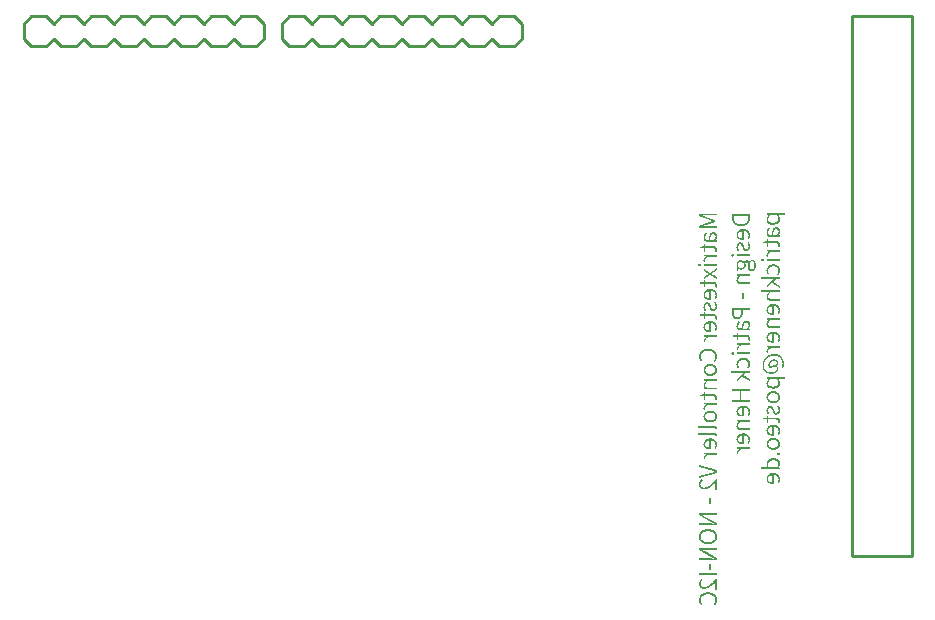
<source format=gbo>
G04 Layer: BottomSilkscreenLayer*
G04 EasyEDA v6.5.3, 2022-05-11 10:11:48*
G04 0613da1d9abe436da45d8866ec44bb36,be635ba5e1a24524a6f9dddda72dafc0,10*
G04 Gerber Generator version 0.2*
G04 Scale: 100 percent, Rotated: No, Reflected: No *
G04 Dimensions in millimeters *
G04 leading zeros omitted , absolute positions ,4 integer and 5 decimal *
%FSLAX45Y45*%
%MOMM*%

%ADD10C,0.2540*%

%LPD*%
G36*
X-84730844Y64241172D02*
G01*
X-84730844Y64220598D01*
X-84641588Y64188594D01*
X-84617814Y64180466D01*
X-84617814Y64179450D01*
X-84649564Y64169036D01*
X-84730844Y64140079D01*
X-84730844Y64119252D01*
X-84582000Y64119252D01*
X-84582000Y64135000D01*
X-84672830Y64134949D01*
X-84695030Y64133933D01*
X-84711032Y64132968D01*
X-84711032Y64133729D01*
X-84677250Y64145668D01*
X-84597240Y64174624D01*
X-84597240Y64186307D01*
X-84677250Y64215518D01*
X-84711032Y64227202D01*
X-84711032Y64227964D01*
X-84678113Y64226135D01*
X-84667852Y64225931D01*
X-84582000Y64225931D01*
X-84582000Y64241172D01*
G37*
G36*
X-84610194Y64086486D02*
G01*
X-84614562Y64086231D01*
X-84618677Y64085470D01*
X-84622487Y64084250D01*
X-84626043Y64082472D01*
X-84629345Y64080186D01*
X-84632393Y64077342D01*
X-84635238Y64073989D01*
X-84637829Y64070077D01*
X-84640166Y64065607D01*
X-84642350Y64060578D01*
X-84644280Y64055040D01*
X-84646058Y64048894D01*
X-84647633Y64042137D01*
X-84649056Y64034822D01*
X-84651342Y64018414D01*
X-84640166Y64018414D01*
X-84638946Y64027608D01*
X-84637473Y64035787D01*
X-84635797Y64042950D01*
X-84633968Y64049198D01*
X-84631885Y64054532D01*
X-84629599Y64059003D01*
X-84627110Y64062711D01*
X-84624367Y64065607D01*
X-84621420Y64067791D01*
X-84618220Y64069315D01*
X-84614816Y64070179D01*
X-84611210Y64070484D01*
X-84602726Y64068858D01*
X-84596986Y64064540D01*
X-84593684Y64058038D01*
X-84592668Y64050164D01*
X-84593633Y64042036D01*
X-84596579Y64034314D01*
X-84601354Y64026542D01*
X-84607908Y64018414D01*
X-84651342Y64018414D01*
X-84656828Y64018566D01*
X-84662162Y64019277D01*
X-84667140Y64020649D01*
X-84671611Y64022884D01*
X-84675370Y64025932D01*
X-84678266Y64030047D01*
X-84680145Y64035279D01*
X-84680806Y64041781D01*
X-84679739Y64051383D01*
X-84676894Y64060222D01*
X-84672982Y64068198D01*
X-84668614Y64075055D01*
X-84680044Y64081660D01*
X-84684971Y64073531D01*
X-84687410Y64068705D01*
X-84689645Y64063473D01*
X-84691626Y64057834D01*
X-84693150Y64051840D01*
X-84694166Y64045541D01*
X-84694522Y64038988D01*
X-84694166Y64032688D01*
X-84693048Y64027050D01*
X-84691270Y64022071D01*
X-84688883Y64017652D01*
X-84685835Y64013791D01*
X-84682177Y64010540D01*
X-84678012Y64007847D01*
X-84673338Y64005663D01*
X-84668156Y64003986D01*
X-84662518Y64002818D01*
X-84656472Y64002107D01*
X-84650072Y64001904D01*
X-84582000Y64001904D01*
X-84582000Y64015620D01*
X-84595462Y64016890D01*
X-84595462Y64017652D01*
X-84592210Y64021665D01*
X-84589213Y64025881D01*
X-84586470Y64030250D01*
X-84584133Y64034822D01*
X-84582203Y64039546D01*
X-84580730Y64044423D01*
X-84579764Y64049402D01*
X-84579460Y64054481D01*
X-84579968Y64061035D01*
X-84581492Y64067080D01*
X-84583981Y64072516D01*
X-84587384Y64077240D01*
X-84591753Y64081101D01*
X-84597036Y64083996D01*
X-84603183Y64085825D01*
G37*
G36*
X-84690712Y63982346D02*
G01*
X-84691728Y63965074D01*
X-84722716Y63963042D01*
X-84722716Y63949326D01*
X-84691728Y63949326D01*
X-84691728Y63919100D01*
X-84678012Y63919100D01*
X-84678012Y63949326D01*
X-84614512Y63949326D01*
X-84605469Y63948462D01*
X-84598662Y63945668D01*
X-84594395Y63940334D01*
X-84592922Y63932054D01*
X-84593176Y63928853D01*
X-84594852Y63922148D01*
X-84595970Y63919100D01*
X-84583524Y63916052D01*
X-84580730Y63925704D01*
X-84579815Y63930631D01*
X-84579460Y63935355D01*
X-84580120Y63943280D01*
X-84582000Y63949884D01*
X-84585098Y63955168D01*
X-84589213Y63959282D01*
X-84594395Y63962279D01*
X-84600440Y63964312D01*
X-84607349Y63965480D01*
X-84615020Y63965836D01*
X-84678012Y63965836D01*
X-84678012Y63982346D01*
G37*
G36*
X-84691728Y63893700D02*
G01*
X-84691728Y63880492D01*
X-84671662Y63878714D01*
X-84671662Y63878205D01*
X-84676589Y63875208D01*
X-84681009Y63871855D01*
X-84684920Y63868249D01*
X-84688222Y63864388D01*
X-84690915Y63860324D01*
X-84692896Y63856006D01*
X-84694115Y63851586D01*
X-84694522Y63846964D01*
X-84694420Y63843763D01*
X-84694064Y63840868D01*
X-84693353Y63838175D01*
X-84692236Y63835534D01*
X-84677758Y63838836D01*
X-84679129Y63843712D01*
X-84679536Y63848996D01*
X-84679180Y63852602D01*
X-84678164Y63856311D01*
X-84676386Y63860121D01*
X-84673744Y63863880D01*
X-84670188Y63867588D01*
X-84665718Y63871094D01*
X-84660232Y63874396D01*
X-84653628Y63877444D01*
X-84582000Y63877444D01*
X-84582000Y63893700D01*
G37*
G36*
X-84726780Y63820040D02*
G01*
X-84731402Y63819227D01*
X-84734958Y63816890D01*
X-84737194Y63813181D01*
X-84737956Y63808355D01*
X-84737194Y63803936D01*
X-84734958Y63800380D01*
X-84731402Y63798043D01*
X-84726780Y63797179D01*
X-84722004Y63798043D01*
X-84718398Y63800380D01*
X-84716112Y63803936D01*
X-84715350Y63808355D01*
X-84716112Y63813181D01*
X-84718398Y63816890D01*
X-84722004Y63819227D01*
G37*
G36*
X-84691728Y63816738D02*
G01*
X-84691728Y63800228D01*
X-84582000Y63800228D01*
X-84582000Y63816738D01*
G37*
G36*
X-84582000Y63778384D02*
G01*
X-84639404Y63742062D01*
X-84691728Y63775590D01*
X-84691728Y63757555D01*
X-84648548Y63731140D01*
X-84648548Y63730124D01*
X-84662264Y63722605D01*
X-84691728Y63705740D01*
X-84691728Y63688468D01*
X-84637626Y63721996D01*
X-84582000Y63685674D01*
X-84582000Y63703707D01*
X-84608670Y63720726D01*
X-84628482Y63732664D01*
X-84628482Y63733679D01*
X-84582000Y63760857D01*
G37*
G36*
X-84690712Y63682372D02*
G01*
X-84691728Y63665100D01*
X-84722716Y63663068D01*
X-84722716Y63649098D01*
X-84691728Y63649098D01*
X-84691728Y63618872D01*
X-84678012Y63618872D01*
X-84678012Y63649098D01*
X-84614512Y63649098D01*
X-84605469Y63648234D01*
X-84598662Y63645440D01*
X-84594395Y63640106D01*
X-84592922Y63631826D01*
X-84593176Y63628625D01*
X-84593887Y63625272D01*
X-84594852Y63622021D01*
X-84595970Y63619126D01*
X-84583524Y63615824D01*
X-84580730Y63625628D01*
X-84579815Y63630606D01*
X-84579460Y63635381D01*
X-84580120Y63643255D01*
X-84582000Y63649758D01*
X-84585098Y63654990D01*
X-84589213Y63659054D01*
X-84594395Y63662052D01*
X-84600440Y63664084D01*
X-84607349Y63665252D01*
X-84615020Y63665607D01*
X-84678012Y63665607D01*
X-84678012Y63682372D01*
G37*
G36*
X-84636864Y63605155D02*
G01*
X-84643366Y63604902D01*
X-84649564Y63604089D01*
X-84655406Y63602819D01*
X-84660892Y63601092D01*
X-84665972Y63598907D01*
X-84670747Y63596367D01*
X-84675065Y63593421D01*
X-84679028Y63590220D01*
X-84682533Y63586664D01*
X-84685632Y63582854D01*
X-84688324Y63578841D01*
X-84690508Y63574625D01*
X-84692236Y63570205D01*
X-84693506Y63565684D01*
X-84694268Y63561061D01*
X-84694506Y63556134D01*
X-84681060Y63556134D01*
X-84680450Y63562128D01*
X-84678672Y63567818D01*
X-84675726Y63573101D01*
X-84671662Y63577876D01*
X-84666582Y63581940D01*
X-84660486Y63585191D01*
X-84653424Y63587579D01*
X-84645500Y63588900D01*
X-84645500Y63527686D01*
X-84653729Y63528194D01*
X-84660892Y63529616D01*
X-84667039Y63531953D01*
X-84672017Y63535153D01*
X-84675980Y63539217D01*
X-84678774Y63544094D01*
X-84680501Y63549733D01*
X-84681060Y63556134D01*
X-84694506Y63556134D01*
X-84694115Y63549784D01*
X-84692947Y63543637D01*
X-84690966Y63538049D01*
X-84688273Y63532918D01*
X-84684870Y63528397D01*
X-84680755Y63524384D01*
X-84676030Y63520980D01*
X-84670646Y63518135D01*
X-84664600Y63515900D01*
X-84658047Y63514274D01*
X-84650884Y63513309D01*
X-84643214Y63512954D01*
X-84637778Y63513157D01*
X-84633308Y63513716D01*
X-84633308Y63588900D01*
X-84627364Y63588341D01*
X-84621827Y63587274D01*
X-84616645Y63585648D01*
X-84611921Y63583566D01*
X-84607654Y63580975D01*
X-84603844Y63577927D01*
X-84600542Y63574422D01*
X-84597798Y63570561D01*
X-84595563Y63566243D01*
X-84593988Y63561620D01*
X-84593023Y63556642D01*
X-84592668Y63551307D01*
X-84593277Y63543484D01*
X-84595004Y63536271D01*
X-84597798Y63529616D01*
X-84601558Y63523368D01*
X-84590636Y63517272D01*
X-84586318Y63524841D01*
X-84584438Y63528905D01*
X-84582762Y63533223D01*
X-84581390Y63537795D01*
X-84580323Y63542621D01*
X-84579714Y63547802D01*
X-84579460Y63553340D01*
X-84579714Y63558674D01*
X-84580425Y63563804D01*
X-84581644Y63568783D01*
X-84583371Y63573558D01*
X-84585505Y63578079D01*
X-84588096Y63582346D01*
X-84591144Y63586360D01*
X-84594649Y63590017D01*
X-84598560Y63593370D01*
X-84602828Y63596316D01*
X-84607552Y63598907D01*
X-84612683Y63601092D01*
X-84618169Y63602819D01*
X-84624062Y63604089D01*
X-84630260Y63604902D01*
G37*
G36*
X-84594446Y63497968D02*
G01*
X-84605622Y63489586D01*
X-84600237Y63482372D01*
X-84596071Y63474701D01*
X-84593379Y63466167D01*
X-84592414Y63456566D01*
X-84593836Y63446558D01*
X-84597748Y63439446D01*
X-84603539Y63435128D01*
X-84610702Y63433705D01*
X-84614816Y63434315D01*
X-84618372Y63435941D01*
X-84621471Y63438531D01*
X-84624164Y63441884D01*
X-84626551Y63445796D01*
X-84628634Y63450114D01*
X-84634476Y63465303D01*
X-84636965Y63471094D01*
X-84639810Y63476581D01*
X-84643163Y63481508D01*
X-84647125Y63485725D01*
X-84651850Y63489027D01*
X-84657336Y63491110D01*
X-84663788Y63491872D01*
X-84670087Y63491211D01*
X-84675878Y63489382D01*
X-84681110Y63486284D01*
X-84685632Y63482067D01*
X-84689340Y63476733D01*
X-84692134Y63470332D01*
X-84693912Y63462916D01*
X-84694522Y63454534D01*
X-84693556Y63444881D01*
X-84691016Y63435992D01*
X-84687105Y63428016D01*
X-84682330Y63421260D01*
X-84671662Y63429388D01*
X-84675421Y63435026D01*
X-84678469Y63441021D01*
X-84680552Y63447472D01*
X-84681314Y63454534D01*
X-84679993Y63463982D01*
X-84676386Y63470637D01*
X-84671154Y63474549D01*
X-84664804Y63475870D01*
X-84657641Y63473888D01*
X-84652408Y63468554D01*
X-84648446Y63460884D01*
X-84642604Y63445694D01*
X-84640013Y63439700D01*
X-84637067Y63434010D01*
X-84633663Y63428829D01*
X-84629548Y63424409D01*
X-84624621Y63421005D01*
X-84618626Y63418770D01*
X-84611464Y63417957D01*
X-84605063Y63418618D01*
X-84599068Y63420498D01*
X-84593633Y63423647D01*
X-84588908Y63428016D01*
X-84584946Y63433553D01*
X-84582000Y63440259D01*
X-84580120Y63448082D01*
X-84579460Y63457074D01*
X-84579764Y63462916D01*
X-84580577Y63468656D01*
X-84581949Y63474193D01*
X-84583727Y63479527D01*
X-84585911Y63484607D01*
X-84588451Y63489382D01*
X-84591347Y63493853D01*
G37*
G36*
X-84690712Y63409068D02*
G01*
X-84691728Y63391796D01*
X-84722716Y63389764D01*
X-84722716Y63376048D01*
X-84691728Y63376048D01*
X-84691728Y63345822D01*
X-84678012Y63345822D01*
X-84678012Y63376048D01*
X-84614512Y63376048D01*
X-84605469Y63375184D01*
X-84598662Y63372390D01*
X-84594395Y63367056D01*
X-84592922Y63358776D01*
X-84593176Y63355575D01*
X-84593887Y63352222D01*
X-84594852Y63348971D01*
X-84595970Y63346076D01*
X-84583524Y63342774D01*
X-84580730Y63352578D01*
X-84579815Y63357556D01*
X-84579460Y63362331D01*
X-84580120Y63370205D01*
X-84582000Y63376708D01*
X-84585098Y63381940D01*
X-84589213Y63386004D01*
X-84594395Y63389002D01*
X-84600440Y63391034D01*
X-84607349Y63392202D01*
X-84615020Y63392557D01*
X-84678012Y63392557D01*
X-84678012Y63409068D01*
G37*
G36*
X-84636864Y63332105D02*
G01*
X-84643366Y63331852D01*
X-84649564Y63331039D01*
X-84655406Y63329769D01*
X-84660892Y63328042D01*
X-84665972Y63325857D01*
X-84670747Y63323317D01*
X-84675065Y63320371D01*
X-84679028Y63317120D01*
X-84682533Y63313564D01*
X-84685632Y63309754D01*
X-84688324Y63305690D01*
X-84690508Y63301473D01*
X-84692236Y63297054D01*
X-84693506Y63292481D01*
X-84694268Y63287808D01*
X-84694522Y63283084D01*
X-84681060Y63283084D01*
X-84680450Y63289078D01*
X-84678672Y63294717D01*
X-84675726Y63300000D01*
X-84671662Y63304724D01*
X-84666582Y63308788D01*
X-84660486Y63312040D01*
X-84653424Y63314427D01*
X-84645500Y63315850D01*
X-84645500Y63254636D01*
X-84653729Y63255144D01*
X-84660892Y63256566D01*
X-84667039Y63258903D01*
X-84672017Y63262103D01*
X-84675980Y63266167D01*
X-84678774Y63271044D01*
X-84680501Y63276683D01*
X-84681060Y63283084D01*
X-84694522Y63283084D01*
X-84694115Y63276479D01*
X-84692947Y63270384D01*
X-84690966Y63264745D01*
X-84688273Y63259716D01*
X-84684870Y63255194D01*
X-84680755Y63251232D01*
X-84676030Y63247828D01*
X-84670646Y63244984D01*
X-84664600Y63242799D01*
X-84658047Y63241174D01*
X-84650884Y63240208D01*
X-84640420Y63239954D01*
X-84635390Y63240310D01*
X-84633308Y63240666D01*
X-84633308Y63315596D01*
X-84627364Y63315088D01*
X-84621827Y63313970D01*
X-84616645Y63312395D01*
X-84611921Y63310312D01*
X-84607654Y63307722D01*
X-84603844Y63304724D01*
X-84600542Y63301219D01*
X-84597798Y63297358D01*
X-84595563Y63293040D01*
X-84593988Y63288367D01*
X-84593023Y63283388D01*
X-84592668Y63278004D01*
X-84593277Y63270333D01*
X-84595004Y63263221D01*
X-84597798Y63256566D01*
X-84601558Y63250318D01*
X-84590636Y63244222D01*
X-84586318Y63251638D01*
X-84584438Y63255652D01*
X-84582762Y63259919D01*
X-84581390Y63264491D01*
X-84580323Y63269317D01*
X-84579714Y63274498D01*
X-84579460Y63280036D01*
X-84579714Y63285370D01*
X-84580425Y63290602D01*
X-84581644Y63295580D01*
X-84583371Y63300406D01*
X-84585505Y63304928D01*
X-84588096Y63309246D01*
X-84591144Y63313259D01*
X-84594649Y63316916D01*
X-84598560Y63320269D01*
X-84602828Y63323266D01*
X-84607552Y63325857D01*
X-84612683Y63328042D01*
X-84618169Y63329769D01*
X-84624062Y63331039D01*
X-84630260Y63331852D01*
G37*
G36*
X-84691728Y63211964D02*
G01*
X-84691728Y63198755D01*
X-84671662Y63196978D01*
X-84671662Y63196470D01*
X-84676589Y63193472D01*
X-84681009Y63190120D01*
X-84684920Y63186513D01*
X-84688222Y63182652D01*
X-84690915Y63178588D01*
X-84692896Y63174270D01*
X-84694115Y63169850D01*
X-84694522Y63165228D01*
X-84694420Y63162027D01*
X-84694064Y63159131D01*
X-84693353Y63156439D01*
X-84692236Y63153798D01*
X-84677758Y63157100D01*
X-84679129Y63161976D01*
X-84679536Y63167260D01*
X-84679180Y63170866D01*
X-84678164Y63174575D01*
X-84676386Y63178385D01*
X-84673744Y63182144D01*
X-84670188Y63185852D01*
X-84665718Y63189357D01*
X-84660232Y63192660D01*
X-84653628Y63195707D01*
X-84582000Y63195707D01*
X-84582000Y63211964D01*
G37*
G36*
X-84656422Y63097155D02*
G01*
X-84663432Y63096952D01*
X-84670188Y63096343D01*
X-84676640Y63095327D01*
X-84682787Y63093955D01*
X-84688578Y63092228D01*
X-84694115Y63090145D01*
X-84699297Y63087757D01*
X-84704123Y63085014D01*
X-84708644Y63081966D01*
X-84712810Y63078614D01*
X-84716620Y63075007D01*
X-84720023Y63071095D01*
X-84723122Y63066929D01*
X-84725764Y63062561D01*
X-84728050Y63057938D01*
X-84729980Y63053112D01*
X-84731453Y63048083D01*
X-84732520Y63042850D01*
X-84733180Y63037415D01*
X-84733384Y63031878D01*
X-84732977Y63025324D01*
X-84731910Y63019127D01*
X-84730132Y63013386D01*
X-84727897Y63008052D01*
X-84725205Y63003176D01*
X-84722157Y62998807D01*
X-84718804Y62994895D01*
X-84715350Y62991492D01*
X-84704428Y63000636D01*
X-84710168Y63006986D01*
X-84714689Y63014250D01*
X-84717585Y63022429D01*
X-84718652Y63031624D01*
X-84718398Y63036957D01*
X-84717585Y63041987D01*
X-84716213Y63046813D01*
X-84714384Y63051385D01*
X-84711997Y63055652D01*
X-84709152Y63059614D01*
X-84705850Y63063272D01*
X-84702040Y63066625D01*
X-84697824Y63069622D01*
X-84693150Y63072264D01*
X-84688070Y63074499D01*
X-84682533Y63076429D01*
X-84676640Y63077902D01*
X-84670341Y63079020D01*
X-84663686Y63079680D01*
X-84656676Y63079884D01*
X-84649665Y63079680D01*
X-84642960Y63079020D01*
X-84636660Y63078004D01*
X-84630717Y63076581D01*
X-84625180Y63074753D01*
X-84620049Y63072568D01*
X-84615324Y63069978D01*
X-84611057Y63067082D01*
X-84607196Y63063780D01*
X-84603844Y63060173D01*
X-84600948Y63056262D01*
X-84598560Y63052045D01*
X-84596681Y63047473D01*
X-84595309Y63042647D01*
X-84594496Y63037516D01*
X-84594192Y63032131D01*
X-84594496Y63026950D01*
X-84595309Y63022022D01*
X-84596681Y63017349D01*
X-84598611Y63012878D01*
X-84601050Y63008662D01*
X-84603945Y63004649D01*
X-84607349Y63000788D01*
X-84611210Y62997079D01*
X-84600796Y62987681D01*
X-84595919Y62992203D01*
X-84591652Y62996978D01*
X-84587994Y63002109D01*
X-84584997Y63007544D01*
X-84582609Y63013336D01*
X-84580882Y63019533D01*
X-84579815Y63026137D01*
X-84579460Y63033148D01*
X-84579663Y63038583D01*
X-84580323Y63043816D01*
X-84581390Y63048946D01*
X-84582812Y63053874D01*
X-84584692Y63058598D01*
X-84586978Y63063120D01*
X-84589620Y63067387D01*
X-84592668Y63071502D01*
X-84596071Y63075312D01*
X-84599830Y63078868D01*
X-84603996Y63082170D01*
X-84608466Y63085167D01*
X-84613343Y63087859D01*
X-84618525Y63090247D01*
X-84624011Y63092279D01*
X-84629904Y63094006D01*
X-84636051Y63095378D01*
X-84642553Y63096343D01*
X-84649310Y63096952D01*
G37*
G36*
X-84636864Y62969394D02*
G01*
X-84643518Y62969140D01*
X-84649818Y62968327D01*
X-84655761Y62967057D01*
X-84661298Y62965279D01*
X-84666429Y62963094D01*
X-84671204Y62960504D01*
X-84675522Y62957557D01*
X-84679383Y62954255D01*
X-84682888Y62950648D01*
X-84685936Y62946737D01*
X-84688527Y62942571D01*
X-84690661Y62938202D01*
X-84692337Y62933630D01*
X-84693556Y62928906D01*
X-84694268Y62924080D01*
X-84694522Y62919102D01*
X-84680552Y62919102D01*
X-84680196Y62923877D01*
X-84679129Y62928347D01*
X-84677351Y62932564D01*
X-84674964Y62936424D01*
X-84671966Y62939929D01*
X-84668410Y62943079D01*
X-84664296Y62945822D01*
X-84659724Y62948108D01*
X-84654644Y62949937D01*
X-84649106Y62951258D01*
X-84643163Y62952071D01*
X-84636864Y62952376D01*
X-84630514Y62952071D01*
X-84624519Y62951258D01*
X-84618982Y62949937D01*
X-84613902Y62948108D01*
X-84609279Y62945822D01*
X-84605215Y62943079D01*
X-84601659Y62939929D01*
X-84598713Y62936424D01*
X-84596325Y62932564D01*
X-84594598Y62928347D01*
X-84593531Y62923877D01*
X-84593176Y62919102D01*
X-84593531Y62914276D01*
X-84594598Y62909754D01*
X-84596325Y62905487D01*
X-84598713Y62901626D01*
X-84601659Y62898070D01*
X-84605215Y62894921D01*
X-84609279Y62892178D01*
X-84613902Y62889841D01*
X-84618982Y62888012D01*
X-84624519Y62886691D01*
X-84630514Y62885878D01*
X-84636864Y62885574D01*
X-84643163Y62885878D01*
X-84649106Y62886691D01*
X-84654644Y62888012D01*
X-84659724Y62889841D01*
X-84664296Y62892178D01*
X-84668410Y62894921D01*
X-84671966Y62898070D01*
X-84674964Y62901626D01*
X-84677351Y62905487D01*
X-84679129Y62909754D01*
X-84680196Y62914276D01*
X-84680552Y62919102D01*
X-84694522Y62919102D01*
X-84694268Y62914072D01*
X-84693556Y62909196D01*
X-84692337Y62904420D01*
X-84690661Y62899848D01*
X-84688527Y62895429D01*
X-84685936Y62891263D01*
X-84682888Y62887352D01*
X-84679383Y62883745D01*
X-84675522Y62880443D01*
X-84671204Y62877446D01*
X-84666429Y62874855D01*
X-84661298Y62872670D01*
X-84655761Y62870892D01*
X-84649818Y62869622D01*
X-84643518Y62868810D01*
X-84636864Y62868555D01*
X-84630209Y62868810D01*
X-84623960Y62869622D01*
X-84618068Y62870892D01*
X-84612581Y62872670D01*
X-84607450Y62874855D01*
X-84602726Y62877446D01*
X-84598408Y62880443D01*
X-84594547Y62883745D01*
X-84591093Y62887352D01*
X-84588045Y62891263D01*
X-84585454Y62895429D01*
X-84583320Y62899848D01*
X-84581644Y62904420D01*
X-84580425Y62909196D01*
X-84579714Y62914072D01*
X-84579460Y62919102D01*
X-84579714Y62924080D01*
X-84580425Y62928906D01*
X-84581644Y62933630D01*
X-84583320Y62938202D01*
X-84585454Y62942571D01*
X-84588045Y62946737D01*
X-84591093Y62950648D01*
X-84594547Y62954255D01*
X-84598408Y62957557D01*
X-84602726Y62960504D01*
X-84607450Y62963094D01*
X-84612581Y62965279D01*
X-84618068Y62967057D01*
X-84623960Y62968327D01*
X-84630209Y62969140D01*
G37*
G36*
X-84691728Y62838584D02*
G01*
X-84691728Y62825122D01*
X-84675726Y62823598D01*
X-84675726Y62822836D01*
X-84679536Y62818873D01*
X-84683041Y62814809D01*
X-84686241Y62810542D01*
X-84689035Y62806122D01*
X-84691321Y62801500D01*
X-84693048Y62796623D01*
X-84694166Y62791441D01*
X-84694522Y62786005D01*
X-84694217Y62780468D01*
X-84693302Y62775490D01*
X-84691778Y62771020D01*
X-84689645Y62767057D01*
X-84686952Y62763552D01*
X-84683650Y62760555D01*
X-84679739Y62758066D01*
X-84675268Y62756034D01*
X-84670188Y62754459D01*
X-84664550Y62753341D01*
X-84658352Y62752681D01*
X-84651596Y62752478D01*
X-84582000Y62752478D01*
X-84582000Y62768988D01*
X-84649564Y62768988D01*
X-84656980Y62769292D01*
X-84663330Y62770257D01*
X-84668563Y62771883D01*
X-84672779Y62774220D01*
X-84676030Y62777217D01*
X-84678266Y62780976D01*
X-84679586Y62785498D01*
X-84680044Y62790831D01*
X-84679739Y62795048D01*
X-84678926Y62799010D01*
X-84677504Y62802820D01*
X-84675522Y62806529D01*
X-84673033Y62810237D01*
X-84669985Y62813996D01*
X-84662264Y62822074D01*
X-84582000Y62822074D01*
X-84582000Y62838584D01*
G37*
G36*
X-84690712Y62729364D02*
G01*
X-84691728Y62712092D01*
X-84722716Y62710060D01*
X-84722716Y62696090D01*
X-84691728Y62696090D01*
X-84691728Y62665864D01*
X-84678012Y62665864D01*
X-84678012Y62696090D01*
X-84614512Y62696090D01*
X-84605469Y62695226D01*
X-84598662Y62692432D01*
X-84594395Y62687098D01*
X-84592922Y62678818D01*
X-84593176Y62675617D01*
X-84593887Y62672264D01*
X-84594852Y62669013D01*
X-84595970Y62666118D01*
X-84583524Y62662816D01*
X-84580730Y62672620D01*
X-84579815Y62677598D01*
X-84579460Y62682374D01*
X-84580120Y62690248D01*
X-84582000Y62696750D01*
X-84585098Y62701982D01*
X-84589213Y62706046D01*
X-84594395Y62709044D01*
X-84600440Y62711076D01*
X-84607349Y62712244D01*
X-84615020Y62712600D01*
X-84678012Y62712600D01*
X-84678012Y62729364D01*
G37*
G36*
X-84691728Y62640718D02*
G01*
X-84691728Y62627255D01*
X-84671662Y62625731D01*
X-84671662Y62624970D01*
X-84676589Y62622023D01*
X-84681009Y62618772D01*
X-84684920Y62615216D01*
X-84688222Y62611406D01*
X-84690915Y62607291D01*
X-84692896Y62603024D01*
X-84694115Y62598604D01*
X-84694522Y62593981D01*
X-84694420Y62590679D01*
X-84694064Y62587784D01*
X-84693353Y62585041D01*
X-84692236Y62582298D01*
X-84677758Y62585600D01*
X-84679129Y62590527D01*
X-84679536Y62596014D01*
X-84679180Y62599620D01*
X-84678164Y62603329D01*
X-84676386Y62607037D01*
X-84673744Y62610796D01*
X-84670188Y62614403D01*
X-84665718Y62617908D01*
X-84660232Y62621210D01*
X-84653628Y62624207D01*
X-84582000Y62624207D01*
X-84582000Y62640718D01*
G37*
G36*
X-84636864Y62574424D02*
G01*
X-84643518Y62574170D01*
X-84649818Y62573357D01*
X-84655761Y62572087D01*
X-84661298Y62570309D01*
X-84666429Y62568124D01*
X-84671204Y62565534D01*
X-84675522Y62562587D01*
X-84679383Y62559285D01*
X-84682888Y62555678D01*
X-84685936Y62551767D01*
X-84688527Y62547601D01*
X-84690661Y62543232D01*
X-84692337Y62538660D01*
X-84693556Y62533936D01*
X-84694268Y62529110D01*
X-84694522Y62524131D01*
X-84680552Y62524131D01*
X-84680196Y62528907D01*
X-84679129Y62533377D01*
X-84677351Y62537594D01*
X-84674964Y62541454D01*
X-84671966Y62544960D01*
X-84668410Y62548109D01*
X-84664296Y62550852D01*
X-84659724Y62553138D01*
X-84654644Y62554967D01*
X-84649106Y62556288D01*
X-84643163Y62557101D01*
X-84636864Y62557405D01*
X-84630514Y62557101D01*
X-84624519Y62556288D01*
X-84618982Y62554967D01*
X-84613902Y62553138D01*
X-84609279Y62550852D01*
X-84605215Y62548109D01*
X-84601659Y62544960D01*
X-84598713Y62541454D01*
X-84596325Y62537594D01*
X-84594598Y62533377D01*
X-84593531Y62528907D01*
X-84593176Y62524131D01*
X-84593531Y62519305D01*
X-84594598Y62514784D01*
X-84596325Y62510517D01*
X-84598713Y62506656D01*
X-84601659Y62503100D01*
X-84605215Y62499951D01*
X-84609279Y62497207D01*
X-84613902Y62494871D01*
X-84618982Y62493042D01*
X-84624519Y62491721D01*
X-84630514Y62490908D01*
X-84636864Y62490604D01*
X-84643163Y62490908D01*
X-84649106Y62491721D01*
X-84654644Y62493042D01*
X-84659724Y62494871D01*
X-84664296Y62497207D01*
X-84668410Y62499951D01*
X-84671966Y62503100D01*
X-84674964Y62506656D01*
X-84677351Y62510517D01*
X-84679129Y62514784D01*
X-84680196Y62519305D01*
X-84680552Y62524131D01*
X-84694522Y62524131D01*
X-84694268Y62519102D01*
X-84693556Y62514226D01*
X-84692337Y62509450D01*
X-84690661Y62504828D01*
X-84688527Y62500408D01*
X-84685936Y62496242D01*
X-84682888Y62492280D01*
X-84679383Y62488622D01*
X-84675522Y62485320D01*
X-84671204Y62482323D01*
X-84666429Y62479681D01*
X-84661298Y62477497D01*
X-84655761Y62475719D01*
X-84649818Y62474398D01*
X-84643518Y62473586D01*
X-84636864Y62473331D01*
X-84630209Y62473586D01*
X-84623960Y62474398D01*
X-84618068Y62475719D01*
X-84612581Y62477497D01*
X-84607450Y62479681D01*
X-84602726Y62482323D01*
X-84598408Y62485320D01*
X-84594547Y62488622D01*
X-84591093Y62492280D01*
X-84588045Y62496242D01*
X-84585454Y62500408D01*
X-84583320Y62504828D01*
X-84581644Y62509450D01*
X-84580425Y62514226D01*
X-84579714Y62519102D01*
X-84579460Y62524131D01*
X-84579714Y62529110D01*
X-84580425Y62533936D01*
X-84581644Y62538660D01*
X-84583320Y62543232D01*
X-84585454Y62547601D01*
X-84588045Y62551767D01*
X-84591093Y62555678D01*
X-84594547Y62559285D01*
X-84598408Y62562587D01*
X-84602726Y62565534D01*
X-84607450Y62568124D01*
X-84612581Y62570309D01*
X-84618068Y62572087D01*
X-84623960Y62573357D01*
X-84630209Y62574170D01*
G37*
G36*
X-84743798Y62443614D02*
G01*
X-84743798Y62427104D01*
X-84600796Y62427104D01*
X-84597341Y62426697D01*
X-84595004Y62425630D01*
X-84593633Y62424005D01*
X-84593176Y62421262D01*
X-84593684Y62418214D01*
X-84580730Y62415674D01*
X-84579815Y62419941D01*
X-84579460Y62425579D01*
X-84580933Y62433758D01*
X-84585352Y62439346D01*
X-84592414Y62442598D01*
X-84602066Y62443614D01*
G37*
G36*
X-84743798Y62386972D02*
G01*
X-84743798Y62370462D01*
X-84600796Y62370462D01*
X-84597341Y62370055D01*
X-84595004Y62368988D01*
X-84593633Y62367363D01*
X-84593176Y62364620D01*
X-84593684Y62361572D01*
X-84580730Y62359031D01*
X-84579815Y62363248D01*
X-84579460Y62368938D01*
X-84580933Y62377116D01*
X-84585352Y62382704D01*
X-84592414Y62385955D01*
X-84602066Y62386972D01*
G37*
G36*
X-84636864Y62338712D02*
G01*
X-84643366Y62338457D01*
X-84649564Y62337645D01*
X-84655406Y62336324D01*
X-84660892Y62334597D01*
X-84665972Y62332412D01*
X-84670747Y62329822D01*
X-84675065Y62326875D01*
X-84679028Y62323624D01*
X-84682533Y62320068D01*
X-84685632Y62316258D01*
X-84688324Y62312194D01*
X-84690508Y62307978D01*
X-84692236Y62303558D01*
X-84693506Y62299037D01*
X-84694268Y62294363D01*
X-84694506Y62289436D01*
X-84681060Y62289436D01*
X-84680450Y62295430D01*
X-84678672Y62301120D01*
X-84675726Y62306403D01*
X-84671662Y62311178D01*
X-84666582Y62315293D01*
X-84660486Y62318595D01*
X-84653424Y62321033D01*
X-84645500Y62322455D01*
X-84645500Y62260988D01*
X-84653729Y62261496D01*
X-84660892Y62262918D01*
X-84667039Y62265305D01*
X-84672017Y62268557D01*
X-84675980Y62272621D01*
X-84678774Y62277498D01*
X-84680501Y62283086D01*
X-84681060Y62289436D01*
X-84694506Y62289436D01*
X-84694115Y62283086D01*
X-84692947Y62276990D01*
X-84690966Y62271351D01*
X-84688273Y62266322D01*
X-84684870Y62261800D01*
X-84680755Y62257838D01*
X-84676030Y62254434D01*
X-84670646Y62251590D01*
X-84664600Y62249405D01*
X-84658047Y62247779D01*
X-84650884Y62246814D01*
X-84640420Y62246560D01*
X-84635390Y62246916D01*
X-84633308Y62247272D01*
X-84633308Y62322202D01*
X-84627364Y62321694D01*
X-84621827Y62320576D01*
X-84616645Y62319001D01*
X-84611921Y62316918D01*
X-84607654Y62314328D01*
X-84603844Y62311330D01*
X-84600542Y62307825D01*
X-84597798Y62303964D01*
X-84595563Y62299646D01*
X-84593988Y62294973D01*
X-84593023Y62289994D01*
X-84592668Y62284610D01*
X-84593277Y62276939D01*
X-84595004Y62269827D01*
X-84597798Y62263172D01*
X-84601558Y62256924D01*
X-84590636Y62250828D01*
X-84586318Y62258244D01*
X-84584438Y62262257D01*
X-84582762Y62266525D01*
X-84581390Y62271097D01*
X-84580323Y62275923D01*
X-84579714Y62281104D01*
X-84579460Y62286642D01*
X-84579714Y62291976D01*
X-84580425Y62297208D01*
X-84581644Y62302186D01*
X-84583371Y62307012D01*
X-84585505Y62311534D01*
X-84588096Y62315852D01*
X-84591144Y62319865D01*
X-84594649Y62323522D01*
X-84598560Y62326875D01*
X-84602828Y62329872D01*
X-84607552Y62332463D01*
X-84612683Y62334648D01*
X-84618169Y62336375D01*
X-84624062Y62337645D01*
X-84630260Y62338457D01*
G37*
G36*
X-84691728Y62218570D02*
G01*
X-84691728Y62205107D01*
X-84671662Y62203584D01*
X-84671662Y62203076D01*
X-84676589Y62200078D01*
X-84681009Y62196726D01*
X-84684920Y62193119D01*
X-84688222Y62189258D01*
X-84690915Y62185194D01*
X-84692896Y62180876D01*
X-84694115Y62176456D01*
X-84694522Y62171834D01*
X-84694420Y62168633D01*
X-84694064Y62165738D01*
X-84693353Y62163045D01*
X-84692236Y62160404D01*
X-84677758Y62163452D01*
X-84679129Y62168481D01*
X-84679536Y62173866D01*
X-84679180Y62177472D01*
X-84678164Y62181181D01*
X-84676386Y62184991D01*
X-84673744Y62188750D01*
X-84670188Y62192357D01*
X-84665718Y62195862D01*
X-84660232Y62199113D01*
X-84653628Y62202060D01*
X-84582000Y62202060D01*
X-84582000Y62218570D01*
G37*
G36*
X-84730844Y62115192D02*
G01*
X-84730844Y62097412D01*
X-84605926Y62059870D01*
X-84599526Y62057788D01*
X-84599526Y62057026D01*
X-84730844Y62017655D01*
X-84730844Y62000638D01*
X-84582000Y62048136D01*
X-84582000Y62067440D01*
G37*
G36*
X-84711540Y61992255D02*
G01*
X-84716264Y61987734D01*
X-84720531Y61983061D01*
X-84724240Y61978184D01*
X-84727440Y61973053D01*
X-84729929Y61967618D01*
X-84731809Y61961877D01*
X-84732977Y61955679D01*
X-84733384Y61949076D01*
X-84733028Y61942675D01*
X-84732012Y61936731D01*
X-84730336Y61931245D01*
X-84727999Y61926266D01*
X-84725052Y61921796D01*
X-84721547Y61917834D01*
X-84717534Y61914430D01*
X-84712962Y61911585D01*
X-84707882Y61909350D01*
X-84702345Y61907724D01*
X-84696350Y61906759D01*
X-84689950Y61906404D01*
X-84685428Y61906556D01*
X-84680856Y61907115D01*
X-84676335Y61907928D01*
X-84667191Y61910620D01*
X-84657946Y61914531D01*
X-84648649Y61919662D01*
X-84639251Y61925911D01*
X-84629701Y61933226D01*
X-84619998Y61941557D01*
X-84610143Y61950803D01*
X-84594954Y61966348D01*
X-84595868Y61953851D01*
X-84596224Y61941964D01*
X-84596224Y61899292D01*
X-84582000Y61899292D01*
X-84582000Y61991240D01*
X-84591906Y61991240D01*
X-84603996Y61977778D01*
X-84615477Y61965890D01*
X-84626348Y61955476D01*
X-84636660Y61946586D01*
X-84646465Y61939119D01*
X-84655761Y61933124D01*
X-84660282Y61930635D01*
X-84668969Y61926673D01*
X-84677300Y61924082D01*
X-84685327Y61922812D01*
X-84689188Y61922660D01*
X-84695538Y61923066D01*
X-84701380Y61924336D01*
X-84706612Y61926470D01*
X-84711133Y61929518D01*
X-84714842Y61933429D01*
X-84717585Y61938306D01*
X-84719312Y61944097D01*
X-84719922Y61950854D01*
X-84719566Y61955426D01*
X-84718601Y61959845D01*
X-84716975Y61964112D01*
X-84714892Y61968176D01*
X-84712302Y61972037D01*
X-84709304Y61975746D01*
X-84706002Y61979251D01*
X-84702396Y61982604D01*
G37*
G36*
X-84645246Y61834268D02*
G01*
X-84645246Y61782705D01*
X-84632292Y61782705D01*
X-84632292Y61834268D01*
G37*
G36*
X-84730844Y61707776D02*
G01*
X-84730844Y61690504D01*
X-84634324Y61634116D01*
X-84603844Y61618114D01*
X-84603844Y61617098D01*
X-84627008Y61618622D01*
X-84638743Y61619180D01*
X-84650326Y61619384D01*
X-84730844Y61619384D01*
X-84730844Y61603381D01*
X-84582000Y61603381D01*
X-84582000Y61620907D01*
X-84678266Y61676788D01*
X-84708746Y61693044D01*
X-84708746Y61694060D01*
X-84680755Y61692383D01*
X-84669325Y61692078D01*
X-84582000Y61692028D01*
X-84582000Y61707776D01*
G37*
G36*
X-84656930Y61570616D02*
G01*
X-84663889Y61570412D01*
X-84670595Y61569854D01*
X-84676996Y61568939D01*
X-84683142Y61567618D01*
X-84688934Y61565993D01*
X-84694369Y61564012D01*
X-84699551Y61561726D01*
X-84704377Y61559135D01*
X-84708847Y61556239D01*
X-84712962Y61553039D01*
X-84716721Y61549584D01*
X-84720176Y61545876D01*
X-84723173Y61541914D01*
X-84725865Y61537646D01*
X-84728100Y61533227D01*
X-84729980Y61528553D01*
X-84731453Y61523676D01*
X-84732520Y61518596D01*
X-84733180Y61513313D01*
X-84733384Y61507878D01*
X-84718652Y61507878D01*
X-84718398Y61512907D01*
X-84717585Y61517682D01*
X-84716213Y61522254D01*
X-84714384Y61526572D01*
X-84711997Y61530585D01*
X-84709152Y61534294D01*
X-84705850Y61537748D01*
X-84702091Y61540898D01*
X-84697874Y61543692D01*
X-84693201Y61546181D01*
X-84688121Y61548314D01*
X-84682634Y61550092D01*
X-84676792Y61551515D01*
X-84670544Y61552531D01*
X-84663889Y61553140D01*
X-84656930Y61553344D01*
X-84649970Y61553140D01*
X-84643315Y61552531D01*
X-84637016Y61551515D01*
X-84631072Y61550092D01*
X-84625484Y61548314D01*
X-84620354Y61546181D01*
X-84615578Y61543692D01*
X-84611260Y61540898D01*
X-84607400Y61537748D01*
X-84603996Y61534294D01*
X-84601050Y61530585D01*
X-84598611Y61526572D01*
X-84596732Y61522254D01*
X-84595309Y61517682D01*
X-84594496Y61512907D01*
X-84594192Y61507878D01*
X-84594496Y61502798D01*
X-84595309Y61497972D01*
X-84596732Y61493400D01*
X-84598611Y61489031D01*
X-84601050Y61485018D01*
X-84603996Y61481258D01*
X-84607400Y61477804D01*
X-84611260Y61474654D01*
X-84615578Y61471810D01*
X-84620354Y61469320D01*
X-84625484Y61467187D01*
X-84631072Y61465409D01*
X-84637016Y61463986D01*
X-84643315Y61462970D01*
X-84649970Y61462361D01*
X-84656930Y61462157D01*
X-84663889Y61462361D01*
X-84670544Y61462970D01*
X-84676792Y61463986D01*
X-84682634Y61465409D01*
X-84688121Y61467187D01*
X-84693201Y61469320D01*
X-84697874Y61471810D01*
X-84702091Y61474654D01*
X-84705850Y61477804D01*
X-84709152Y61481258D01*
X-84711997Y61485018D01*
X-84714384Y61489031D01*
X-84716213Y61493400D01*
X-84717585Y61497972D01*
X-84718398Y61502798D01*
X-84718652Y61507878D01*
X-84733384Y61507878D01*
X-84733180Y61502391D01*
X-84732520Y61497108D01*
X-84731453Y61491977D01*
X-84729980Y61487100D01*
X-84728100Y61482376D01*
X-84725865Y61477905D01*
X-84723173Y61473689D01*
X-84720176Y61469676D01*
X-84716721Y61465968D01*
X-84712962Y61462462D01*
X-84708847Y61459262D01*
X-84704377Y61456366D01*
X-84699551Y61453776D01*
X-84694369Y61451490D01*
X-84688934Y61449508D01*
X-84683142Y61447883D01*
X-84676996Y61446562D01*
X-84670595Y61445648D01*
X-84663889Y61445089D01*
X-84656930Y61444886D01*
X-84649919Y61445089D01*
X-84643214Y61445648D01*
X-84636762Y61446562D01*
X-84630615Y61447883D01*
X-84624773Y61449508D01*
X-84619236Y61451490D01*
X-84614054Y61453776D01*
X-84609127Y61456366D01*
X-84604606Y61459262D01*
X-84600389Y61462462D01*
X-84596528Y61465968D01*
X-84593074Y61469676D01*
X-84589924Y61473689D01*
X-84587232Y61477905D01*
X-84584895Y61482376D01*
X-84582965Y61487100D01*
X-84581441Y61491977D01*
X-84580323Y61497108D01*
X-84579663Y61502391D01*
X-84579460Y61507878D01*
X-84579663Y61513313D01*
X-84580323Y61518596D01*
X-84581441Y61523676D01*
X-84582965Y61528553D01*
X-84584895Y61533227D01*
X-84587232Y61537646D01*
X-84589924Y61541914D01*
X-84593074Y61545876D01*
X-84596528Y61549584D01*
X-84600389Y61553039D01*
X-84604606Y61556239D01*
X-84609127Y61559135D01*
X-84614054Y61561726D01*
X-84619236Y61564012D01*
X-84624773Y61565993D01*
X-84630615Y61567618D01*
X-84636762Y61568939D01*
X-84643214Y61569854D01*
X-84649919Y61570412D01*
G37*
G36*
X-84730844Y61412120D02*
G01*
X-84730844Y61394848D01*
X-84634324Y61338460D01*
X-84603844Y61322457D01*
X-84603844Y61321442D01*
X-84627008Y61322966D01*
X-84638743Y61323524D01*
X-84650326Y61323728D01*
X-84730844Y61323728D01*
X-84730844Y61307726D01*
X-84582000Y61307726D01*
X-84582000Y61325252D01*
X-84678266Y61381131D01*
X-84708746Y61397388D01*
X-84708746Y61398404D01*
X-84680755Y61396727D01*
X-84669325Y61396422D01*
X-84582000Y61396372D01*
X-84582000Y61412120D01*
G37*
G36*
X-84645246Y61277500D02*
G01*
X-84645246Y61226192D01*
X-84632292Y61226192D01*
X-84632292Y61277500D01*
G37*
G36*
X-84730844Y61196474D02*
G01*
X-84730844Y61179710D01*
X-84582000Y61179710D01*
X-84582000Y61196474D01*
G37*
G36*
X-84711540Y61150754D02*
G01*
X-84716264Y61146232D01*
X-84720531Y61141559D01*
X-84724240Y61136733D01*
X-84727440Y61131653D01*
X-84729929Y61126217D01*
X-84731809Y61120477D01*
X-84732977Y61114279D01*
X-84733384Y61107574D01*
X-84733028Y61101173D01*
X-84732012Y61095229D01*
X-84730336Y61089743D01*
X-84727999Y61084764D01*
X-84725052Y61080294D01*
X-84721547Y61076331D01*
X-84717534Y61072928D01*
X-84712962Y61070083D01*
X-84707882Y61067848D01*
X-84702345Y61066222D01*
X-84696350Y61065257D01*
X-84689950Y61064902D01*
X-84685428Y61065054D01*
X-84680856Y61065613D01*
X-84676335Y61066476D01*
X-84671763Y61067645D01*
X-84667191Y61069169D01*
X-84662568Y61070998D01*
X-84653323Y61075519D01*
X-84643976Y61081259D01*
X-84634476Y61088066D01*
X-84624875Y61095890D01*
X-84615121Y61104678D01*
X-84605114Y61114330D01*
X-84594954Y61124846D01*
X-84595868Y61112450D01*
X-84596224Y61100462D01*
X-84596224Y61057790D01*
X-84582000Y61057790D01*
X-84582000Y61149738D01*
X-84591906Y61149738D01*
X-84603996Y61136276D01*
X-84615477Y61124388D01*
X-84626348Y61113974D01*
X-84636660Y61105084D01*
X-84646465Y61097617D01*
X-84655761Y61091622D01*
X-84660282Y61089133D01*
X-84668969Y61085171D01*
X-84677300Y61082580D01*
X-84685327Y61081310D01*
X-84689188Y61081157D01*
X-84695538Y61081564D01*
X-84701380Y61082834D01*
X-84706612Y61084968D01*
X-84711133Y61088016D01*
X-84714842Y61091927D01*
X-84717585Y61096804D01*
X-84719312Y61102595D01*
X-84719922Y61109352D01*
X-84719566Y61113924D01*
X-84718601Y61118343D01*
X-84716975Y61122610D01*
X-84714892Y61126674D01*
X-84712302Y61130535D01*
X-84709304Y61134244D01*
X-84706002Y61137749D01*
X-84702396Y61141102D01*
G37*
G36*
X-84656422Y61035438D02*
G01*
X-84663432Y61035234D01*
X-84670188Y61034625D01*
X-84676640Y61033609D01*
X-84682787Y61032237D01*
X-84688578Y61030510D01*
X-84694115Y61028427D01*
X-84699297Y61026040D01*
X-84704123Y61023296D01*
X-84708644Y61020248D01*
X-84712810Y61016896D01*
X-84716620Y61013289D01*
X-84720023Y61009377D01*
X-84723122Y61005212D01*
X-84725764Y61000843D01*
X-84728050Y60996220D01*
X-84729980Y60991394D01*
X-84731453Y60986365D01*
X-84732520Y60981132D01*
X-84733180Y60975697D01*
X-84733384Y60970160D01*
X-84732977Y60963606D01*
X-84731910Y60957409D01*
X-84730132Y60951668D01*
X-84727897Y60946334D01*
X-84725205Y60941457D01*
X-84722157Y60937089D01*
X-84718804Y60933177D01*
X-84715350Y60929774D01*
X-84704428Y60939172D01*
X-84710168Y60945369D01*
X-84714689Y60952532D01*
X-84717585Y60960711D01*
X-84718652Y60969905D01*
X-84718398Y60975240D01*
X-84717585Y60980370D01*
X-84716213Y60985196D01*
X-84714384Y60989768D01*
X-84711997Y60994036D01*
X-84709152Y60997998D01*
X-84705850Y61001655D01*
X-84702040Y61005008D01*
X-84697824Y61007955D01*
X-84693150Y61010596D01*
X-84688070Y61012831D01*
X-84682533Y61014711D01*
X-84676640Y61016235D01*
X-84670341Y61017302D01*
X-84663686Y61017962D01*
X-84656676Y61018166D01*
X-84649665Y61017962D01*
X-84642960Y61017302D01*
X-84636660Y61016286D01*
X-84630717Y61014864D01*
X-84625180Y61013035D01*
X-84620049Y61010850D01*
X-84615324Y61008260D01*
X-84611057Y61005364D01*
X-84607196Y61002113D01*
X-84603844Y60998557D01*
X-84600948Y60994645D01*
X-84598560Y60990429D01*
X-84596681Y60985907D01*
X-84595309Y60981081D01*
X-84594496Y60976002D01*
X-84594192Y60970668D01*
X-84594496Y60965384D01*
X-84595309Y60960457D01*
X-84596681Y60955732D01*
X-84598611Y60951313D01*
X-84601050Y60947046D01*
X-84603945Y60943032D01*
X-84607349Y60939121D01*
X-84611210Y60935362D01*
X-84600796Y60925964D01*
X-84595919Y60930485D01*
X-84591652Y60935260D01*
X-84587994Y60940391D01*
X-84584997Y60945826D01*
X-84582609Y60951618D01*
X-84580882Y60957815D01*
X-84579815Y60964419D01*
X-84579460Y60971429D01*
X-84579663Y60976865D01*
X-84580323Y60982148D01*
X-84581390Y60987279D01*
X-84582812Y60992207D01*
X-84584692Y60996982D01*
X-84586978Y61001503D01*
X-84589620Y61005821D01*
X-84592668Y61009885D01*
X-84596071Y61013695D01*
X-84599830Y61017251D01*
X-84603996Y61020502D01*
X-84608466Y61023500D01*
X-84613343Y61026192D01*
X-84618525Y61028579D01*
X-84624011Y61030612D01*
X-84629904Y61032339D01*
X-84636051Y61033660D01*
X-84642553Y61034625D01*
X-84649310Y61035234D01*
G37*
G36*
X-84451444Y64241172D02*
G01*
X-84451444Y64224407D01*
X-84316316Y64224407D01*
X-84316316Y64206120D01*
X-84316570Y64199566D01*
X-84317382Y64193470D01*
X-84318703Y64187781D01*
X-84320583Y64182548D01*
X-84322869Y64177722D01*
X-84325714Y64173303D01*
X-84328965Y64169340D01*
X-84332724Y64165784D01*
X-84336890Y64162686D01*
X-84341512Y64159993D01*
X-84346542Y64157707D01*
X-84351977Y64155828D01*
X-84357819Y64154405D01*
X-84364017Y64153338D01*
X-84370621Y64152729D01*
X-84377530Y64152526D01*
X-84384489Y64152729D01*
X-84391042Y64153338D01*
X-84397189Y64154405D01*
X-84402980Y64155828D01*
X-84408314Y64157707D01*
X-84413242Y64159993D01*
X-84417712Y64162686D01*
X-84421776Y64165784D01*
X-84425383Y64169340D01*
X-84428533Y64173303D01*
X-84431225Y64177722D01*
X-84433460Y64182548D01*
X-84435188Y64187781D01*
X-84436458Y64193470D01*
X-84437220Y64199566D01*
X-84437474Y64206120D01*
X-84437474Y64224407D01*
X-84451444Y64224407D01*
X-84451444Y64204596D01*
X-84451240Y64197890D01*
X-84450631Y64191540D01*
X-84449615Y64185495D01*
X-84448243Y64179805D01*
X-84446465Y64174471D01*
X-84444332Y64169442D01*
X-84441792Y64164768D01*
X-84438896Y64160450D01*
X-84435645Y64156437D01*
X-84431987Y64152779D01*
X-84428025Y64149478D01*
X-84423758Y64146480D01*
X-84419084Y64143890D01*
X-84414106Y64141604D01*
X-84408772Y64139673D01*
X-84403184Y64138098D01*
X-84397240Y64136828D01*
X-84390941Y64135965D01*
X-84384388Y64135406D01*
X-84377530Y64135254D01*
X-84370672Y64135406D01*
X-84364068Y64135965D01*
X-84357768Y64136828D01*
X-84351774Y64138048D01*
X-84346084Y64139673D01*
X-84340750Y64141553D01*
X-84335670Y64143839D01*
X-84330946Y64146480D01*
X-84326577Y64149427D01*
X-84322513Y64152729D01*
X-84318856Y64156336D01*
X-84315503Y64160349D01*
X-84312556Y64164616D01*
X-84309966Y64169290D01*
X-84307730Y64174268D01*
X-84305902Y64179551D01*
X-84304479Y64185190D01*
X-84303412Y64191184D01*
X-84302803Y64197484D01*
X-84302600Y64204088D01*
X-84302600Y64241172D01*
G37*
G36*
X-84357464Y64112394D02*
G01*
X-84363966Y64112140D01*
X-84370164Y64111327D01*
X-84376006Y64110057D01*
X-84381492Y64108329D01*
X-84386572Y64106145D01*
X-84391347Y64103605D01*
X-84395665Y64100659D01*
X-84399628Y64097407D01*
X-84403133Y64093852D01*
X-84406232Y64090042D01*
X-84408924Y64085978D01*
X-84411108Y64081761D01*
X-84412836Y64077342D01*
X-84414106Y64072770D01*
X-84414868Y64068096D01*
X-84415122Y64063372D01*
X-84401660Y64063372D01*
X-84401050Y64069366D01*
X-84399272Y64075005D01*
X-84396326Y64080288D01*
X-84392262Y64085012D01*
X-84387182Y64089076D01*
X-84381086Y64092328D01*
X-84374024Y64094715D01*
X-84366100Y64096138D01*
X-84366100Y64034924D01*
X-84374329Y64035431D01*
X-84381492Y64036854D01*
X-84387639Y64039191D01*
X-84392617Y64042391D01*
X-84396580Y64046455D01*
X-84399374Y64051332D01*
X-84401101Y64056971D01*
X-84401660Y64063372D01*
X-84415122Y64063372D01*
X-84414715Y64056768D01*
X-84413547Y64050672D01*
X-84411566Y64045033D01*
X-84408873Y64040004D01*
X-84405470Y64035482D01*
X-84401355Y64031520D01*
X-84396630Y64028116D01*
X-84391246Y64025272D01*
X-84385200Y64023087D01*
X-84378647Y64021462D01*
X-84371484Y64020496D01*
X-84361020Y64020242D01*
X-84355990Y64020598D01*
X-84353908Y64020954D01*
X-84353908Y64095884D01*
X-84347964Y64095376D01*
X-84342427Y64094258D01*
X-84337245Y64092683D01*
X-84332521Y64090600D01*
X-84328254Y64088010D01*
X-84324444Y64085012D01*
X-84321142Y64081507D01*
X-84318398Y64077646D01*
X-84316163Y64073328D01*
X-84314588Y64068655D01*
X-84313623Y64063676D01*
X-84313268Y64058292D01*
X-84313877Y64050621D01*
X-84315604Y64043509D01*
X-84318398Y64036854D01*
X-84322158Y64030605D01*
X-84311236Y64024510D01*
X-84306918Y64031926D01*
X-84305038Y64035940D01*
X-84303362Y64040207D01*
X-84301990Y64044779D01*
X-84300923Y64049605D01*
X-84300314Y64054786D01*
X-84300060Y64060324D01*
X-84300314Y64065657D01*
X-84301025Y64070890D01*
X-84302244Y64075868D01*
X-84303971Y64080694D01*
X-84306105Y64085216D01*
X-84308696Y64089534D01*
X-84311744Y64093547D01*
X-84315249Y64097204D01*
X-84319160Y64100557D01*
X-84323428Y64103554D01*
X-84328152Y64106145D01*
X-84333283Y64108329D01*
X-84338769Y64110057D01*
X-84344662Y64111327D01*
X-84350860Y64112140D01*
G37*
G36*
X-84315046Y64005205D02*
G01*
X-84326222Y63996824D01*
X-84320837Y63989508D01*
X-84316671Y63981838D01*
X-84313979Y63973405D01*
X-84313014Y63963804D01*
X-84314436Y63953796D01*
X-84318348Y63946684D01*
X-84324139Y63942366D01*
X-84331302Y63940944D01*
X-84335416Y63941553D01*
X-84338972Y63943179D01*
X-84342071Y63945770D01*
X-84344764Y63949122D01*
X-84347151Y63953034D01*
X-84349234Y63957352D01*
X-84355076Y63972440D01*
X-84357565Y63978231D01*
X-84360410Y63983717D01*
X-84363763Y63988645D01*
X-84367725Y63992912D01*
X-84372450Y63996214D01*
X-84377936Y63998348D01*
X-84384388Y63999110D01*
X-84390687Y63998449D01*
X-84396478Y63996620D01*
X-84401710Y63993522D01*
X-84406232Y63989305D01*
X-84409940Y63983971D01*
X-84412734Y63977570D01*
X-84414512Y63970154D01*
X-84415122Y63961772D01*
X-84414156Y63952120D01*
X-84411616Y63943179D01*
X-84407705Y63935152D01*
X-84402930Y63928244D01*
X-84392262Y63936372D01*
X-84396021Y63942112D01*
X-84399069Y63948106D01*
X-84401152Y63954609D01*
X-84401914Y63961772D01*
X-84400593Y63971220D01*
X-84396986Y63977875D01*
X-84391754Y63981787D01*
X-84385404Y63983107D01*
X-84378241Y63981126D01*
X-84373008Y63975792D01*
X-84369046Y63968122D01*
X-84363204Y63952932D01*
X-84360613Y63946938D01*
X-84357667Y63941248D01*
X-84354263Y63936067D01*
X-84350148Y63931647D01*
X-84345221Y63928244D01*
X-84339226Y63926008D01*
X-84332064Y63925196D01*
X-84325663Y63925856D01*
X-84319668Y63927736D01*
X-84314233Y63930885D01*
X-84309508Y63935254D01*
X-84305546Y63940791D01*
X-84302600Y63947497D01*
X-84300720Y63955320D01*
X-84300060Y63964312D01*
X-84300364Y63970154D01*
X-84301177Y63975894D01*
X-84302549Y63981431D01*
X-84304327Y63986765D01*
X-84306511Y63991845D01*
X-84309051Y63996620D01*
X-84311947Y64001091D01*
G37*
G36*
X-84447380Y63901574D02*
G01*
X-84452002Y63900710D01*
X-84455558Y63898322D01*
X-84457794Y63894614D01*
X-84458556Y63889890D01*
X-84457794Y63885419D01*
X-84455558Y63881812D01*
X-84452002Y63879374D01*
X-84447380Y63878460D01*
X-84442604Y63879374D01*
X-84438998Y63881812D01*
X-84436712Y63885419D01*
X-84435950Y63889890D01*
X-84436712Y63894614D01*
X-84438998Y63898322D01*
X-84442604Y63900710D01*
G37*
G36*
X-84412328Y63898272D02*
G01*
X-84412328Y63881762D01*
X-84302600Y63881762D01*
X-84302600Y63898272D01*
G37*
G36*
X-84281264Y63852298D02*
G01*
X-84288223Y63851180D01*
X-84294878Y63847979D01*
X-84301025Y63842849D01*
X-84306410Y63836042D01*
X-84307172Y63836042D01*
X-84310270Y63840055D01*
X-84314334Y63843204D01*
X-84319364Y63845236D01*
X-84325460Y63845948D01*
X-84331911Y63844830D01*
X-84337499Y63841934D01*
X-84342173Y63838023D01*
X-84345780Y63833755D01*
X-84346542Y63833755D01*
X-84351672Y63838988D01*
X-84358530Y63843560D01*
X-84366811Y63846760D01*
X-84376260Y63847979D01*
X-84381949Y63847624D01*
X-84387232Y63846506D01*
X-84392211Y63844779D01*
X-84396732Y63842392D01*
X-84400796Y63839496D01*
X-84404454Y63836042D01*
X-84407603Y63832130D01*
X-84410245Y63827812D01*
X-84412328Y63823138D01*
X-84413852Y63818109D01*
X-84414817Y63812826D01*
X-84415122Y63807340D01*
X-84402676Y63807340D01*
X-84402218Y63812318D01*
X-84400847Y63816992D01*
X-84398662Y63821157D01*
X-84395665Y63824815D01*
X-84391855Y63827812D01*
X-84387334Y63830047D01*
X-84382152Y63831470D01*
X-84376260Y63831978D01*
X-84370265Y63831470D01*
X-84364880Y63829996D01*
X-84360207Y63827660D01*
X-84356244Y63824612D01*
X-84353095Y63820954D01*
X-84350758Y63816738D01*
X-84349336Y63812166D01*
X-84348828Y63807340D01*
X-84349336Y63802514D01*
X-84350758Y63797942D01*
X-84353095Y63793827D01*
X-84356244Y63790220D01*
X-84360207Y63787172D01*
X-84364880Y63784886D01*
X-84370265Y63783464D01*
X-84376260Y63782955D01*
X-84382051Y63783464D01*
X-84387232Y63784886D01*
X-84391754Y63787172D01*
X-84395564Y63790220D01*
X-84398612Y63793827D01*
X-84400847Y63797942D01*
X-84402218Y63802514D01*
X-84402676Y63807340D01*
X-84415122Y63807340D01*
X-84414918Y63802971D01*
X-84414309Y63798957D01*
X-84412328Y63792100D01*
X-84412328Y63754254D01*
X-84399628Y63754254D01*
X-84399628Y63777368D01*
X-84395056Y63773507D01*
X-84389417Y63770459D01*
X-84382914Y63768427D01*
X-84375752Y63767716D01*
X-84370113Y63768071D01*
X-84364779Y63769138D01*
X-84359902Y63770814D01*
X-84355432Y63773100D01*
X-84351368Y63775894D01*
X-84347812Y63779247D01*
X-84344713Y63783057D01*
X-84342173Y63787223D01*
X-84340090Y63791846D01*
X-84338617Y63796722D01*
X-84337702Y63801904D01*
X-84337398Y63807340D01*
X-84337652Y63811657D01*
X-84338363Y63816026D01*
X-84339633Y63820344D01*
X-84341462Y63824357D01*
X-84338718Y63827202D01*
X-84335620Y63829590D01*
X-84331962Y63831165D01*
X-84327492Y63831724D01*
X-84322564Y63830758D01*
X-84318703Y63827558D01*
X-84317901Y63825628D01*
X-84303108Y63825628D01*
X-84298383Y63831063D01*
X-84293405Y63834873D01*
X-84288325Y63837108D01*
X-84283296Y63837820D01*
X-84278927Y63837261D01*
X-84275015Y63835534D01*
X-84271612Y63832790D01*
X-84268665Y63829031D01*
X-84266379Y63824307D01*
X-84264652Y63818617D01*
X-84263585Y63812115D01*
X-84263230Y63804800D01*
X-84263738Y63796976D01*
X-84265262Y63789966D01*
X-84267548Y63783768D01*
X-84270545Y63778587D01*
X-84274152Y63774370D01*
X-84278114Y63771272D01*
X-84282432Y63769392D01*
X-84286852Y63768731D01*
X-84293557Y63770205D01*
X-84297977Y63774523D01*
X-84300364Y63781686D01*
X-84301076Y63791592D01*
X-84301076Y63811657D01*
X-84301634Y63818058D01*
X-84303108Y63825628D01*
X-84317901Y63825628D01*
X-84316214Y63821564D01*
X-84315300Y63812166D01*
X-84315300Y63790068D01*
X-84314893Y63781228D01*
X-84313725Y63773608D01*
X-84311794Y63767106D01*
X-84309000Y63761823D01*
X-84305343Y63757759D01*
X-84300822Y63754812D01*
X-84295437Y63753034D01*
X-84289138Y63752476D01*
X-84284261Y63752933D01*
X-84279486Y63754203D01*
X-84274914Y63756336D01*
X-84270596Y63759232D01*
X-84266582Y63762890D01*
X-84262925Y63767309D01*
X-84259674Y63772389D01*
X-84256880Y63778129D01*
X-84254644Y63784530D01*
X-84252968Y63791490D01*
X-84251901Y63799008D01*
X-84251546Y63807086D01*
X-84251749Y63813639D01*
X-84252460Y63819786D01*
X-84253527Y63825526D01*
X-84255051Y63830758D01*
X-84257032Y63835534D01*
X-84259369Y63839801D01*
X-84262112Y63843458D01*
X-84265211Y63846557D01*
X-84268665Y63848996D01*
X-84272526Y63850824D01*
X-84276742Y63851942D01*
G37*
G36*
X-84412328Y63730378D02*
G01*
X-84412328Y63716916D01*
X-84396326Y63715392D01*
X-84396326Y63714884D01*
X-84400136Y63710820D01*
X-84403641Y63706705D01*
X-84406841Y63702438D01*
X-84409635Y63697967D01*
X-84411921Y63693294D01*
X-84413648Y63688417D01*
X-84414766Y63683235D01*
X-84415122Y63677800D01*
X-84414817Y63672313D01*
X-84413902Y63667386D01*
X-84412378Y63662915D01*
X-84410245Y63658953D01*
X-84407552Y63655448D01*
X-84404250Y63652450D01*
X-84400339Y63649961D01*
X-84395868Y63647878D01*
X-84390788Y63646304D01*
X-84385150Y63645186D01*
X-84378952Y63644475D01*
X-84372196Y63644272D01*
X-84302600Y63644272D01*
X-84302600Y63661036D01*
X-84370164Y63661036D01*
X-84377580Y63661340D01*
X-84383930Y63662255D01*
X-84389163Y63663829D01*
X-84393379Y63666116D01*
X-84396630Y63669113D01*
X-84398866Y63672821D01*
X-84400186Y63677342D01*
X-84400644Y63682626D01*
X-84400339Y63686842D01*
X-84399526Y63690855D01*
X-84398104Y63694716D01*
X-84396122Y63698424D01*
X-84393633Y63702133D01*
X-84390585Y63705892D01*
X-84386978Y63709804D01*
X-84382864Y63713868D01*
X-84302600Y63713868D01*
X-84302600Y63730378D01*
G37*
G36*
X-84365846Y63572136D02*
G01*
X-84365846Y63520828D01*
X-84352892Y63520828D01*
X-84352892Y63572136D01*
G37*
G36*
X-84451444Y63445644D02*
G01*
X-84451444Y63428879D01*
X-84376514Y63428879D01*
X-84376514Y63406020D01*
X-84376717Y63399517D01*
X-84377326Y63393624D01*
X-84378342Y63388290D01*
X-84379816Y63383515D01*
X-84381746Y63379350D01*
X-84384083Y63375743D01*
X-84386928Y63372746D01*
X-84390230Y63370256D01*
X-84393989Y63368326D01*
X-84398256Y63366954D01*
X-84402980Y63366142D01*
X-84408264Y63365888D01*
X-84413547Y63366192D01*
X-84418220Y63367056D01*
X-84422284Y63368478D01*
X-84425840Y63370460D01*
X-84428838Y63373050D01*
X-84431378Y63376200D01*
X-84433460Y63379908D01*
X-84435035Y63384176D01*
X-84436254Y63389052D01*
X-84437118Y63394488D01*
X-84437575Y63400482D01*
X-84437728Y63428879D01*
X-84451444Y63428879D01*
X-84451291Y63398349D01*
X-84450885Y63392507D01*
X-84450224Y63386919D01*
X-84449208Y63381686D01*
X-84447888Y63376810D01*
X-84446211Y63372238D01*
X-84444230Y63368072D01*
X-84441842Y63364211D01*
X-84439099Y63360807D01*
X-84436000Y63357810D01*
X-84432444Y63355220D01*
X-84428533Y63353086D01*
X-84424113Y63351359D01*
X-84419287Y63350140D01*
X-84414004Y63349378D01*
X-84408264Y63349124D01*
X-84402625Y63349378D01*
X-84397392Y63350140D01*
X-84392566Y63351359D01*
X-84388096Y63353035D01*
X-84383981Y63355118D01*
X-84380273Y63357709D01*
X-84376920Y63360655D01*
X-84373923Y63364059D01*
X-84371281Y63367818D01*
X-84368995Y63371933D01*
X-84367116Y63376454D01*
X-84365541Y63381280D01*
X-84364322Y63386411D01*
X-84363458Y63391897D01*
X-84362950Y63397688D01*
X-84362798Y63428879D01*
X-84302600Y63428879D01*
X-84302600Y63445644D01*
G37*
G36*
X-84330794Y63336931D02*
G01*
X-84335162Y63336678D01*
X-84339277Y63335966D01*
X-84343087Y63334696D01*
X-84346643Y63332918D01*
X-84349945Y63330683D01*
X-84352993Y63327838D01*
X-84355838Y63324486D01*
X-84358429Y63320625D01*
X-84360766Y63316154D01*
X-84362950Y63311176D01*
X-84364880Y63305588D01*
X-84366658Y63299441D01*
X-84368233Y63292685D01*
X-84369656Y63285370D01*
X-84371942Y63268860D01*
X-84360766Y63268860D01*
X-84359546Y63278054D01*
X-84358073Y63286233D01*
X-84356397Y63293396D01*
X-84354568Y63299644D01*
X-84352485Y63304978D01*
X-84350199Y63309449D01*
X-84347710Y63313157D01*
X-84344967Y63316053D01*
X-84342020Y63318237D01*
X-84338820Y63319761D01*
X-84335416Y63320625D01*
X-84331810Y63320929D01*
X-84323326Y63319304D01*
X-84317586Y63314986D01*
X-84314284Y63308484D01*
X-84313268Y63300610D01*
X-84314233Y63292481D01*
X-84317179Y63284760D01*
X-84321954Y63276988D01*
X-84328508Y63268860D01*
X-84371942Y63268860D01*
X-84377428Y63269114D01*
X-84382762Y63269876D01*
X-84387740Y63271298D01*
X-84392211Y63273482D01*
X-84395970Y63276581D01*
X-84398866Y63280645D01*
X-84400745Y63285827D01*
X-84401406Y63292228D01*
X-84400339Y63301879D01*
X-84397494Y63310820D01*
X-84393582Y63318847D01*
X-84389214Y63325755D01*
X-84400644Y63332360D01*
X-84405571Y63324130D01*
X-84408010Y63319304D01*
X-84410245Y63314072D01*
X-84412226Y63308433D01*
X-84413750Y63302489D01*
X-84414766Y63296241D01*
X-84415122Y63289688D01*
X-84414766Y63283338D01*
X-84413648Y63277699D01*
X-84411870Y63272619D01*
X-84409483Y63268199D01*
X-84406435Y63264389D01*
X-84402777Y63261138D01*
X-84398612Y63258446D01*
X-84393938Y63256312D01*
X-84388756Y63254636D01*
X-84383118Y63253518D01*
X-84377072Y63252807D01*
X-84370672Y63252604D01*
X-84302600Y63252604D01*
X-84302600Y63266066D01*
X-84316062Y63267590D01*
X-84316062Y63268098D01*
X-84312810Y63272162D01*
X-84309813Y63276429D01*
X-84307070Y63280848D01*
X-84304733Y63285420D01*
X-84302803Y63290145D01*
X-84301330Y63294971D01*
X-84300364Y63300000D01*
X-84300060Y63305181D01*
X-84300568Y63311735D01*
X-84302092Y63317729D01*
X-84304581Y63323165D01*
X-84307984Y63327838D01*
X-84312353Y63331648D01*
X-84317636Y63334493D01*
X-84323783Y63336322D01*
G37*
G36*
X-84411312Y63233046D02*
G01*
X-84412328Y63215774D01*
X-84443316Y63213742D01*
X-84443316Y63199772D01*
X-84412328Y63199772D01*
X-84412328Y63169546D01*
X-84398612Y63169546D01*
X-84398612Y63199772D01*
X-84335112Y63199772D01*
X-84326069Y63198908D01*
X-84319262Y63196114D01*
X-84314995Y63190780D01*
X-84313522Y63182500D01*
X-84313776Y63179299D01*
X-84314487Y63175946D01*
X-84315452Y63172695D01*
X-84316570Y63169800D01*
X-84304124Y63166498D01*
X-84301330Y63176302D01*
X-84300415Y63181280D01*
X-84300060Y63186055D01*
X-84300720Y63193929D01*
X-84302600Y63200432D01*
X-84305698Y63205664D01*
X-84309813Y63209728D01*
X-84314995Y63212726D01*
X-84321040Y63214757D01*
X-84327949Y63215926D01*
X-84335620Y63216281D01*
X-84398612Y63216281D01*
X-84398612Y63233046D01*
G37*
G36*
X-84412328Y63144400D02*
G01*
X-84412328Y63130938D01*
X-84392262Y63129414D01*
X-84392262Y63128652D01*
X-84397189Y63125705D01*
X-84401609Y63122454D01*
X-84405520Y63118898D01*
X-84408822Y63115088D01*
X-84411515Y63110973D01*
X-84413496Y63106706D01*
X-84414715Y63102286D01*
X-84415122Y63097664D01*
X-84415020Y63094463D01*
X-84414664Y63091517D01*
X-84413953Y63088774D01*
X-84412836Y63085979D01*
X-84398358Y63089281D01*
X-84399729Y63094311D01*
X-84400136Y63099696D01*
X-84399780Y63103302D01*
X-84398764Y63107011D01*
X-84396986Y63110821D01*
X-84394344Y63114580D01*
X-84390788Y63118187D01*
X-84386318Y63121692D01*
X-84380832Y63124943D01*
X-84374228Y63127890D01*
X-84302600Y63127890D01*
X-84302600Y63144400D01*
G37*
G36*
X-84447380Y63070740D02*
G01*
X-84452002Y63069876D01*
X-84455558Y63067488D01*
X-84457794Y63063780D01*
X-84458556Y63059055D01*
X-84457794Y63054484D01*
X-84455558Y63050877D01*
X-84452002Y63048489D01*
X-84447380Y63047626D01*
X-84442604Y63048489D01*
X-84438998Y63050877D01*
X-84436712Y63054484D01*
X-84435950Y63059055D01*
X-84436712Y63063780D01*
X-84438998Y63067488D01*
X-84442604Y63069876D01*
G37*
G36*
X-84412328Y63067438D02*
G01*
X-84412328Y63050928D01*
X-84302600Y63050928D01*
X-84302600Y63067438D01*
G37*
G36*
X-84357464Y63021210D02*
G01*
X-84364118Y63020905D01*
X-84370418Y63020092D01*
X-84376361Y63018771D01*
X-84381898Y63016942D01*
X-84387029Y63014707D01*
X-84391804Y63012015D01*
X-84396122Y63008967D01*
X-84399983Y63005563D01*
X-84403488Y63001804D01*
X-84406536Y62997791D01*
X-84409127Y62993473D01*
X-84411261Y62988952D01*
X-84412937Y62984227D01*
X-84414156Y62979350D01*
X-84414868Y62974270D01*
X-84415122Y62969140D01*
X-84414055Y62959081D01*
X-84411159Y62950547D01*
X-84406994Y62943231D01*
X-84401914Y62936881D01*
X-84391246Y62945772D01*
X-84395259Y62950699D01*
X-84398408Y62956033D01*
X-84400440Y62961875D01*
X-84401152Y62968378D01*
X-84400796Y62973407D01*
X-84399729Y62978182D01*
X-84397951Y62982652D01*
X-84395564Y62986818D01*
X-84392566Y62990577D01*
X-84389010Y62993981D01*
X-84384896Y62996978D01*
X-84380324Y62999467D01*
X-84375244Y63001499D01*
X-84369706Y63002972D01*
X-84363763Y63003887D01*
X-84357464Y63004192D01*
X-84351114Y63003887D01*
X-84345119Y63003023D01*
X-84339582Y63001652D01*
X-84334502Y62999721D01*
X-84329879Y62997334D01*
X-84325815Y62994438D01*
X-84322259Y62991136D01*
X-84319313Y62987428D01*
X-84316925Y62983313D01*
X-84315198Y62978842D01*
X-84314131Y62974016D01*
X-84313776Y62968886D01*
X-84314639Y62961266D01*
X-84317078Y62954204D01*
X-84320634Y62947804D01*
X-84324952Y62942216D01*
X-84314030Y62934850D01*
X-84310880Y62938660D01*
X-84308086Y62942673D01*
X-84305698Y62946889D01*
X-84303717Y62951258D01*
X-84302142Y62955779D01*
X-84300974Y62960453D01*
X-84300314Y62965228D01*
X-84300060Y62970155D01*
X-84300314Y62975490D01*
X-84301025Y62980671D01*
X-84302244Y62985599D01*
X-84303920Y62990374D01*
X-84306054Y62994844D01*
X-84308645Y62999010D01*
X-84311693Y63002922D01*
X-84315147Y63006528D01*
X-84319008Y63009779D01*
X-84323326Y63012675D01*
X-84328050Y63015215D01*
X-84333181Y63017298D01*
X-84338668Y63018974D01*
X-84344560Y63020194D01*
X-84350809Y63020955D01*
G37*
G36*
X-84464398Y62909957D02*
G01*
X-84464398Y62893702D01*
X-84352384Y62893702D01*
X-84352384Y62892940D01*
X-84412328Y62844679D01*
X-84412328Y62826138D01*
X-84368132Y62862460D01*
X-84302600Y62821057D01*
X-84302600Y62839092D01*
X-84356956Y62872366D01*
X-84331810Y62893702D01*
X-84302600Y62893702D01*
X-84302600Y62909957D01*
G37*
G36*
X-84451444Y62752731D02*
G01*
X-84451444Y62735968D01*
X-84388452Y62735968D01*
X-84388452Y62664340D01*
X-84451444Y62664340D01*
X-84451444Y62647322D01*
X-84302600Y62647322D01*
X-84302600Y62664340D01*
X-84373720Y62664340D01*
X-84373720Y62735968D01*
X-84302600Y62735968D01*
X-84302600Y62752731D01*
G37*
G36*
X-84357464Y62616079D02*
G01*
X-84363966Y62615826D01*
X-84370164Y62615013D01*
X-84376006Y62613692D01*
X-84381492Y62611965D01*
X-84386572Y62609780D01*
X-84391347Y62607190D01*
X-84395665Y62604243D01*
X-84399628Y62600992D01*
X-84403133Y62597436D01*
X-84406232Y62593626D01*
X-84408924Y62589562D01*
X-84411108Y62585346D01*
X-84412836Y62580926D01*
X-84414106Y62576405D01*
X-84414868Y62571731D01*
X-84415106Y62566804D01*
X-84401660Y62566804D01*
X-84401050Y62572798D01*
X-84399272Y62578488D01*
X-84396326Y62583771D01*
X-84392262Y62588546D01*
X-84387182Y62592661D01*
X-84381086Y62595963D01*
X-84374024Y62598401D01*
X-84366100Y62599824D01*
X-84366100Y62538355D01*
X-84374329Y62538864D01*
X-84381492Y62540286D01*
X-84387639Y62542674D01*
X-84392617Y62545925D01*
X-84396580Y62549989D01*
X-84399374Y62554866D01*
X-84401101Y62560454D01*
X-84401660Y62566804D01*
X-84415106Y62566804D01*
X-84414715Y62560454D01*
X-84413547Y62554357D01*
X-84411566Y62548719D01*
X-84408873Y62543690D01*
X-84405470Y62539168D01*
X-84401355Y62535206D01*
X-84396630Y62531802D01*
X-84391246Y62528957D01*
X-84385200Y62526773D01*
X-84378647Y62525148D01*
X-84371484Y62524182D01*
X-84361020Y62523928D01*
X-84355990Y62524284D01*
X-84353908Y62524640D01*
X-84353908Y62599570D01*
X-84347964Y62599062D01*
X-84342427Y62597944D01*
X-84337245Y62596369D01*
X-84332521Y62594286D01*
X-84328254Y62591696D01*
X-84324444Y62588698D01*
X-84321142Y62585193D01*
X-84318398Y62581332D01*
X-84316163Y62577014D01*
X-84314588Y62572341D01*
X-84313623Y62567362D01*
X-84313268Y62561978D01*
X-84313877Y62554307D01*
X-84315604Y62547195D01*
X-84318398Y62540540D01*
X-84322158Y62534292D01*
X-84311236Y62528196D01*
X-84306918Y62535612D01*
X-84305038Y62539626D01*
X-84303362Y62543893D01*
X-84301990Y62548465D01*
X-84300923Y62553291D01*
X-84300314Y62558472D01*
X-84300060Y62564010D01*
X-84300314Y62569344D01*
X-84301025Y62574576D01*
X-84302244Y62579554D01*
X-84303971Y62584380D01*
X-84306105Y62588902D01*
X-84308696Y62593220D01*
X-84311744Y62597233D01*
X-84315249Y62600890D01*
X-84319160Y62604243D01*
X-84323428Y62607240D01*
X-84328152Y62609831D01*
X-84333283Y62612016D01*
X-84338769Y62613743D01*
X-84344662Y62615013D01*
X-84350860Y62615826D01*
G37*
G36*
X-84412328Y62495938D02*
G01*
X-84412328Y62482476D01*
X-84396326Y62480952D01*
X-84396326Y62480444D01*
X-84400136Y62476379D01*
X-84403641Y62472265D01*
X-84406841Y62467998D01*
X-84409635Y62463527D01*
X-84411921Y62458854D01*
X-84413648Y62453977D01*
X-84414766Y62448795D01*
X-84415122Y62443360D01*
X-84414817Y62437873D01*
X-84413902Y62432946D01*
X-84412378Y62428475D01*
X-84410245Y62424513D01*
X-84407552Y62421007D01*
X-84404250Y62418010D01*
X-84400339Y62415521D01*
X-84395868Y62413438D01*
X-84390788Y62411864D01*
X-84385150Y62410746D01*
X-84378952Y62410035D01*
X-84372196Y62409831D01*
X-84302600Y62409831D01*
X-84302600Y62426596D01*
X-84370164Y62426596D01*
X-84377580Y62426900D01*
X-84383930Y62427815D01*
X-84389163Y62429390D01*
X-84393379Y62431676D01*
X-84396630Y62434673D01*
X-84398866Y62438381D01*
X-84400186Y62442902D01*
X-84400644Y62448186D01*
X-84400339Y62452402D01*
X-84399526Y62456415D01*
X-84398104Y62460276D01*
X-84396122Y62463984D01*
X-84393633Y62467693D01*
X-84390585Y62471452D01*
X-84386978Y62475364D01*
X-84382864Y62479428D01*
X-84302600Y62479428D01*
X-84302600Y62495938D01*
G37*
G36*
X-84357464Y62381638D02*
G01*
X-84363966Y62381384D01*
X-84370164Y62380571D01*
X-84376006Y62379250D01*
X-84381492Y62377523D01*
X-84386572Y62375338D01*
X-84391347Y62372748D01*
X-84395665Y62369801D01*
X-84399628Y62366550D01*
X-84403133Y62362994D01*
X-84406232Y62359184D01*
X-84408924Y62355120D01*
X-84411108Y62350904D01*
X-84412836Y62346484D01*
X-84414106Y62341963D01*
X-84414868Y62337289D01*
X-84415106Y62332362D01*
X-84401660Y62332362D01*
X-84401050Y62338356D01*
X-84399272Y62344046D01*
X-84396326Y62349329D01*
X-84392262Y62354104D01*
X-84387182Y62358219D01*
X-84381086Y62361521D01*
X-84374024Y62363959D01*
X-84366100Y62365381D01*
X-84366100Y62303914D01*
X-84374329Y62304422D01*
X-84381492Y62305844D01*
X-84387639Y62308231D01*
X-84392617Y62311483D01*
X-84396580Y62315547D01*
X-84399374Y62320424D01*
X-84401101Y62326012D01*
X-84401660Y62332362D01*
X-84415106Y62332362D01*
X-84414715Y62326012D01*
X-84413547Y62319916D01*
X-84411566Y62314277D01*
X-84408873Y62309248D01*
X-84405470Y62304726D01*
X-84401355Y62300764D01*
X-84396630Y62297360D01*
X-84391246Y62294516D01*
X-84385200Y62292331D01*
X-84378647Y62290705D01*
X-84371484Y62289740D01*
X-84361020Y62289436D01*
X-84355990Y62289740D01*
X-84353908Y62290198D01*
X-84353908Y62365128D01*
X-84347964Y62364569D01*
X-84342427Y62363502D01*
X-84337245Y62361876D01*
X-84332521Y62359794D01*
X-84328254Y62357203D01*
X-84324444Y62354155D01*
X-84321142Y62350650D01*
X-84318398Y62346789D01*
X-84316163Y62342471D01*
X-84314588Y62337848D01*
X-84313623Y62332870D01*
X-84313268Y62327536D01*
X-84313877Y62319814D01*
X-84315604Y62312600D01*
X-84318398Y62305895D01*
X-84322158Y62299596D01*
X-84311236Y62293500D01*
X-84306918Y62301069D01*
X-84305038Y62305133D01*
X-84303362Y62309451D01*
X-84301990Y62314023D01*
X-84300923Y62318849D01*
X-84300314Y62324030D01*
X-84300060Y62329568D01*
X-84300314Y62334902D01*
X-84301025Y62340134D01*
X-84302244Y62345112D01*
X-84303971Y62349938D01*
X-84306105Y62354460D01*
X-84308696Y62358778D01*
X-84311744Y62362791D01*
X-84315249Y62366448D01*
X-84319160Y62369801D01*
X-84323428Y62372798D01*
X-84328152Y62375389D01*
X-84333283Y62377574D01*
X-84338769Y62379301D01*
X-84344662Y62380571D01*
X-84350860Y62381384D01*
G37*
G36*
X-84412328Y62261496D02*
G01*
X-84412328Y62248034D01*
X-84392262Y62246510D01*
X-84392262Y62245748D01*
X-84397189Y62242801D01*
X-84401609Y62239550D01*
X-84405520Y62235994D01*
X-84408822Y62232184D01*
X-84411515Y62228069D01*
X-84413496Y62223802D01*
X-84414715Y62219382D01*
X-84415122Y62214760D01*
X-84415020Y62211559D01*
X-84414664Y62208613D01*
X-84413953Y62205870D01*
X-84412836Y62203076D01*
X-84398358Y62206378D01*
X-84399729Y62211407D01*
X-84400136Y62216792D01*
X-84399780Y62220398D01*
X-84398764Y62224107D01*
X-84396986Y62227917D01*
X-84394344Y62231676D01*
X-84390788Y62235283D01*
X-84386318Y62238788D01*
X-84380832Y62242039D01*
X-84374228Y62244986D01*
X-84302600Y62244986D01*
X-84302600Y62261496D01*
G37*
G36*
X-84158328Y64242696D02*
G01*
X-84158328Y64229234D01*
X-84145628Y64227710D01*
X-84145628Y64226948D01*
X-84151470Y64218972D01*
X-84154111Y64214705D01*
X-84156397Y64210336D01*
X-84158378Y64205815D01*
X-84159852Y64201192D01*
X-84160841Y64195452D01*
X-84147152Y64195452D01*
X-84146136Y64202767D01*
X-84143088Y64210234D01*
X-84138160Y64218007D01*
X-84131404Y64226186D01*
X-84071968Y64226186D01*
X-84066329Y64218464D01*
X-84062671Y64211098D01*
X-84060639Y64204240D01*
X-84060030Y64198246D01*
X-84060385Y64193572D01*
X-84061452Y64189152D01*
X-84063179Y64184987D01*
X-84065516Y64181177D01*
X-84068513Y64177621D01*
X-84072120Y64174471D01*
X-84076286Y64171677D01*
X-84081010Y64169340D01*
X-84086293Y64167512D01*
X-84092034Y64166089D01*
X-84098282Y64165276D01*
X-84104988Y64164972D01*
X-84111033Y64165175D01*
X-84116773Y64165734D01*
X-84122056Y64166648D01*
X-84126984Y64168020D01*
X-84131454Y64169798D01*
X-84135417Y64172033D01*
X-84138871Y64174674D01*
X-84141767Y64177824D01*
X-84144053Y64181481D01*
X-84145780Y64185596D01*
X-84146796Y64190270D01*
X-84147152Y64195452D01*
X-84160841Y64195452D01*
X-84161122Y64191642D01*
X-84160868Y64186409D01*
X-84160106Y64181532D01*
X-84158836Y64176910D01*
X-84157159Y64172642D01*
X-84154975Y64168731D01*
X-84152333Y64165124D01*
X-84149285Y64161873D01*
X-84145831Y64158926D01*
X-84142021Y64156285D01*
X-84137754Y64154050D01*
X-84133182Y64152119D01*
X-84128203Y64150544D01*
X-84122920Y64149274D01*
X-84117332Y64148411D01*
X-84111439Y64147903D01*
X-84105242Y64147700D01*
X-84098384Y64147954D01*
X-84091881Y64148716D01*
X-84085836Y64149935D01*
X-84080146Y64151611D01*
X-84074863Y64153694D01*
X-84069986Y64156183D01*
X-84065567Y64159028D01*
X-84061554Y64162178D01*
X-84057998Y64165632D01*
X-84054848Y64169340D01*
X-84052206Y64173303D01*
X-84050022Y64177468D01*
X-84048295Y64181837D01*
X-84047076Y64186358D01*
X-84046314Y64190981D01*
X-84046060Y64195705D01*
X-84046923Y64203376D01*
X-84049362Y64211098D01*
X-84053324Y64218870D01*
X-84058760Y64226694D01*
X-84039456Y64226186D01*
X-84001356Y64226186D01*
X-84001356Y64242696D01*
G37*
G36*
X-84076794Y64128142D02*
G01*
X-84081162Y64127888D01*
X-84085277Y64127126D01*
X-84089087Y64125906D01*
X-84092643Y64124128D01*
X-84095945Y64121842D01*
X-84098993Y64118998D01*
X-84101838Y64115645D01*
X-84104429Y64111733D01*
X-84106766Y64107263D01*
X-84108950Y64102234D01*
X-84110880Y64096696D01*
X-84112658Y64090550D01*
X-84114233Y64083793D01*
X-84115656Y64076478D01*
X-84117942Y64060070D01*
X-84106766Y64060070D01*
X-84105546Y64069264D01*
X-84104073Y64077443D01*
X-84102397Y64084606D01*
X-84100568Y64090854D01*
X-84098485Y64096188D01*
X-84096199Y64100659D01*
X-84093710Y64104367D01*
X-84090967Y64107263D01*
X-84088020Y64109447D01*
X-84084820Y64110971D01*
X-84081416Y64111835D01*
X-84077810Y64112140D01*
X-84069326Y64110514D01*
X-84063586Y64106196D01*
X-84060284Y64099694D01*
X-84059268Y64091820D01*
X-84060233Y64083692D01*
X-84063179Y64075970D01*
X-84067954Y64068198D01*
X-84074508Y64060070D01*
X-84117942Y64060070D01*
X-84123428Y64060222D01*
X-84128762Y64060933D01*
X-84133740Y64062305D01*
X-84138211Y64064540D01*
X-84141970Y64067588D01*
X-84144866Y64071703D01*
X-84146745Y64076935D01*
X-84147406Y64083438D01*
X-84146339Y64093039D01*
X-84143494Y64101878D01*
X-84139582Y64109854D01*
X-84135214Y64116712D01*
X-84146644Y64123316D01*
X-84151571Y64115188D01*
X-84154010Y64110362D01*
X-84156245Y64105129D01*
X-84158226Y64099490D01*
X-84159750Y64093496D01*
X-84160766Y64087197D01*
X-84161122Y64080644D01*
X-84160766Y64074344D01*
X-84159648Y64068705D01*
X-84157870Y64063727D01*
X-84155483Y64059307D01*
X-84152435Y64055447D01*
X-84148777Y64052196D01*
X-84144612Y64049503D01*
X-84139938Y64047319D01*
X-84134756Y64045642D01*
X-84129118Y64044474D01*
X-84123072Y64043763D01*
X-84116672Y64043560D01*
X-84048600Y64043560D01*
X-84048600Y64057276D01*
X-84062062Y64058546D01*
X-84062062Y64059307D01*
X-84058810Y64063321D01*
X-84055813Y64067537D01*
X-84053070Y64071906D01*
X-84050733Y64076478D01*
X-84048803Y64081202D01*
X-84047330Y64086079D01*
X-84046364Y64091057D01*
X-84046060Y64096138D01*
X-84046568Y64102691D01*
X-84048092Y64108736D01*
X-84050581Y64114172D01*
X-84053984Y64118896D01*
X-84058353Y64122757D01*
X-84063636Y64125652D01*
X-84069783Y64127481D01*
G37*
G36*
X-84157312Y64024002D02*
G01*
X-84158328Y64006729D01*
X-84189316Y64004698D01*
X-84189316Y63990981D01*
X-84158328Y63990981D01*
X-84158328Y63960755D01*
X-84144612Y63960755D01*
X-84144612Y63990981D01*
X-84081112Y63990981D01*
X-84072069Y63990118D01*
X-84065262Y63987324D01*
X-84060995Y63981990D01*
X-84059522Y63973710D01*
X-84059776Y63970509D01*
X-84061452Y63963804D01*
X-84062570Y63960755D01*
X-84050124Y63957707D01*
X-84047330Y63967360D01*
X-84046415Y63972287D01*
X-84046060Y63977012D01*
X-84046720Y63984936D01*
X-84048600Y63991540D01*
X-84051698Y63996824D01*
X-84055813Y64000938D01*
X-84060995Y64003936D01*
X-84067040Y64005968D01*
X-84073949Y64007136D01*
X-84081620Y64007492D01*
X-84144612Y64007492D01*
X-84144612Y64024002D01*
G37*
G36*
X-84158328Y63935355D02*
G01*
X-84158328Y63922148D01*
X-84138262Y63920370D01*
X-84138262Y63919862D01*
X-84143189Y63916864D01*
X-84147609Y63913512D01*
X-84151520Y63909905D01*
X-84154822Y63906044D01*
X-84157515Y63901980D01*
X-84159496Y63897662D01*
X-84160715Y63893242D01*
X-84161122Y63888620D01*
X-84161020Y63885419D01*
X-84160664Y63882524D01*
X-84159953Y63879831D01*
X-84158836Y63877190D01*
X-84144358Y63880492D01*
X-84145729Y63885368D01*
X-84146136Y63890652D01*
X-84145780Y63894258D01*
X-84144764Y63897967D01*
X-84142986Y63901777D01*
X-84140344Y63905536D01*
X-84136788Y63909244D01*
X-84132318Y63912750D01*
X-84126832Y63916052D01*
X-84120228Y63919100D01*
X-84048600Y63919100D01*
X-84048600Y63935355D01*
G37*
G36*
X-84193380Y63861696D02*
G01*
X-84198002Y63860883D01*
X-84201558Y63858546D01*
X-84203794Y63854838D01*
X-84204556Y63850012D01*
X-84203794Y63845592D01*
X-84201558Y63842036D01*
X-84198002Y63839699D01*
X-84193380Y63838836D01*
X-84188604Y63839699D01*
X-84184998Y63842036D01*
X-84182712Y63845592D01*
X-84181950Y63850012D01*
X-84182712Y63854838D01*
X-84184998Y63858546D01*
X-84188604Y63860883D01*
G37*
G36*
X-84158328Y63858394D02*
G01*
X-84158328Y63841884D01*
X-84048600Y63841884D01*
X-84048600Y63858394D01*
G37*
G36*
X-84103464Y63812420D02*
G01*
X-84110118Y63812115D01*
X-84116418Y63811302D01*
X-84122361Y63809981D01*
X-84127898Y63808152D01*
X-84133029Y63805917D01*
X-84137804Y63803225D01*
X-84142122Y63800177D01*
X-84145983Y63796722D01*
X-84149488Y63792963D01*
X-84152536Y63788950D01*
X-84155127Y63784632D01*
X-84157261Y63780060D01*
X-84158937Y63775285D01*
X-84160156Y63770357D01*
X-84160868Y63765277D01*
X-84161122Y63760096D01*
X-84160055Y63750037D01*
X-84157159Y63741503D01*
X-84152994Y63734289D01*
X-84147914Y63728092D01*
X-84137246Y63736728D01*
X-84141259Y63741807D01*
X-84144408Y63747192D01*
X-84146440Y63753085D01*
X-84147152Y63759588D01*
X-84146796Y63764566D01*
X-84145729Y63769290D01*
X-84143951Y63773710D01*
X-84141564Y63777825D01*
X-84138566Y63781584D01*
X-84135010Y63784988D01*
X-84130896Y63787934D01*
X-84126324Y63790423D01*
X-84121244Y63792455D01*
X-84115706Y63793928D01*
X-84109763Y63794843D01*
X-84103464Y63795148D01*
X-84097114Y63794843D01*
X-84091119Y63793979D01*
X-84085582Y63792607D01*
X-84080502Y63790677D01*
X-84075879Y63788290D01*
X-84071815Y63785394D01*
X-84068259Y63782092D01*
X-84065313Y63778384D01*
X-84062925Y63774269D01*
X-84061198Y63769798D01*
X-84060131Y63764972D01*
X-84059776Y63759842D01*
X-84060639Y63752272D01*
X-84063078Y63745262D01*
X-84066634Y63738861D01*
X-84070952Y63733172D01*
X-84060030Y63726060D01*
X-84056880Y63729819D01*
X-84054086Y63733730D01*
X-84051698Y63737947D01*
X-84049717Y63742265D01*
X-84048142Y63746837D01*
X-84046974Y63751510D01*
X-84046314Y63756387D01*
X-84046060Y63761366D01*
X-84046314Y63766649D01*
X-84047025Y63771779D01*
X-84048244Y63776758D01*
X-84049920Y63781431D01*
X-84052054Y63785902D01*
X-84054645Y63790118D01*
X-84057693Y63794030D01*
X-84061147Y63797637D01*
X-84065008Y63800939D01*
X-84069326Y63803834D01*
X-84074050Y63806374D01*
X-84079181Y63808457D01*
X-84084668Y63810184D01*
X-84090560Y63811404D01*
X-84096809Y63812166D01*
G37*
G36*
X-84210398Y63700914D02*
G01*
X-84210398Y63684657D01*
X-84098384Y63684657D01*
X-84098384Y63684150D01*
X-84158328Y63635636D01*
X-84158328Y63617348D01*
X-84114132Y63653670D01*
X-84048600Y63612268D01*
X-84048600Y63630302D01*
X-84102956Y63663322D01*
X-84077810Y63684657D01*
X-84048600Y63684657D01*
X-84048600Y63700914D01*
G37*
G36*
X-84210398Y63590678D02*
G01*
X-84210398Y63574168D01*
X-84165440Y63574168D01*
X-84142580Y63574676D01*
X-84149742Y63566700D01*
X-84152892Y63562484D01*
X-84155635Y63558115D01*
X-84157921Y63553492D01*
X-84159648Y63548666D01*
X-84160766Y63543535D01*
X-84161122Y63538100D01*
X-84160817Y63532562D01*
X-84159902Y63527584D01*
X-84158378Y63523114D01*
X-84156245Y63519151D01*
X-84153552Y63515646D01*
X-84150250Y63512649D01*
X-84146339Y63510160D01*
X-84141868Y63508128D01*
X-84136788Y63506553D01*
X-84131150Y63505435D01*
X-84124952Y63504775D01*
X-84118196Y63504572D01*
X-84048600Y63504572D01*
X-84048600Y63521081D01*
X-84116164Y63521081D01*
X-84123580Y63521386D01*
X-84129930Y63522352D01*
X-84135163Y63523977D01*
X-84139379Y63526314D01*
X-84142630Y63529311D01*
X-84144866Y63533070D01*
X-84146186Y63537592D01*
X-84146644Y63542926D01*
X-84146339Y63547091D01*
X-84145526Y63551003D01*
X-84144104Y63554813D01*
X-84142122Y63558572D01*
X-84139633Y63562280D01*
X-84136585Y63566090D01*
X-84128864Y63574168D01*
X-84048600Y63574168D01*
X-84048600Y63590678D01*
G37*
G36*
X-84103464Y63476886D02*
G01*
X-84109966Y63476631D01*
X-84116164Y63475819D01*
X-84122006Y63474498D01*
X-84127492Y63472771D01*
X-84132572Y63470586D01*
X-84137347Y63467996D01*
X-84141665Y63465049D01*
X-84145628Y63461798D01*
X-84149133Y63458242D01*
X-84152232Y63454432D01*
X-84154924Y63450368D01*
X-84157108Y63446152D01*
X-84158836Y63441732D01*
X-84160106Y63437211D01*
X-84160868Y63432537D01*
X-84161106Y63427610D01*
X-84147660Y63427610D01*
X-84147050Y63433604D01*
X-84145272Y63439294D01*
X-84142326Y63444577D01*
X-84138262Y63449352D01*
X-84133182Y63453467D01*
X-84127086Y63456769D01*
X-84120024Y63459207D01*
X-84112100Y63460629D01*
X-84112100Y63399162D01*
X-84120329Y63399670D01*
X-84127492Y63401092D01*
X-84133639Y63403479D01*
X-84138617Y63406731D01*
X-84142580Y63410795D01*
X-84145374Y63415672D01*
X-84147101Y63421260D01*
X-84147660Y63427610D01*
X-84161106Y63427610D01*
X-84160715Y63421260D01*
X-84159547Y63415164D01*
X-84157566Y63409525D01*
X-84154873Y63404496D01*
X-84151470Y63399974D01*
X-84147355Y63395961D01*
X-84142630Y63392608D01*
X-84137246Y63389764D01*
X-84131200Y63387579D01*
X-84124647Y63385954D01*
X-84117484Y63384988D01*
X-84107020Y63384684D01*
X-84101990Y63384988D01*
X-84099908Y63385446D01*
X-84099908Y63460376D01*
X-84093964Y63459817D01*
X-84088427Y63458750D01*
X-84083245Y63457124D01*
X-84078521Y63455042D01*
X-84074254Y63452451D01*
X-84070444Y63449403D01*
X-84067142Y63445898D01*
X-84064398Y63442037D01*
X-84062163Y63437719D01*
X-84060588Y63433096D01*
X-84059623Y63428118D01*
X-84059268Y63422784D01*
X-84059877Y63415062D01*
X-84061604Y63407848D01*
X-84064398Y63401143D01*
X-84068158Y63394844D01*
X-84057236Y63388748D01*
X-84052918Y63396317D01*
X-84051038Y63400381D01*
X-84049362Y63404699D01*
X-84047990Y63409271D01*
X-84046923Y63414097D01*
X-84046314Y63419278D01*
X-84046060Y63424816D01*
X-84046314Y63430150D01*
X-84047025Y63435382D01*
X-84048244Y63440360D01*
X-84049971Y63445186D01*
X-84052105Y63449707D01*
X-84054696Y63454026D01*
X-84057744Y63458039D01*
X-84061249Y63461696D01*
X-84065160Y63465049D01*
X-84069428Y63468046D01*
X-84074152Y63470637D01*
X-84079283Y63472822D01*
X-84084769Y63474549D01*
X-84090662Y63475819D01*
X-84096860Y63476631D01*
G37*
G36*
X-84158328Y63356744D02*
G01*
X-84158328Y63343281D01*
X-84142326Y63341757D01*
X-84142326Y63340996D01*
X-84146136Y63337033D01*
X-84149641Y63332969D01*
X-84152841Y63328702D01*
X-84155635Y63324282D01*
X-84157921Y63319660D01*
X-84159648Y63314783D01*
X-84160766Y63309601D01*
X-84161122Y63304166D01*
X-84160817Y63298628D01*
X-84159902Y63293650D01*
X-84158378Y63289179D01*
X-84156245Y63285217D01*
X-84153552Y63281712D01*
X-84150250Y63278715D01*
X-84146339Y63276226D01*
X-84141868Y63274194D01*
X-84136788Y63272619D01*
X-84131150Y63271501D01*
X-84124952Y63270841D01*
X-84118196Y63270638D01*
X-84048600Y63270638D01*
X-84048600Y63287148D01*
X-84116164Y63287148D01*
X-84123580Y63287452D01*
X-84129930Y63288418D01*
X-84135163Y63290043D01*
X-84139379Y63292380D01*
X-84142630Y63295377D01*
X-84144866Y63299136D01*
X-84146186Y63303657D01*
X-84146644Y63308992D01*
X-84146339Y63313208D01*
X-84145526Y63317170D01*
X-84144104Y63320980D01*
X-84142122Y63324689D01*
X-84139633Y63328397D01*
X-84136585Y63332156D01*
X-84128864Y63340234D01*
X-84048600Y63340234D01*
X-84048600Y63356744D01*
G37*
G36*
X-84103464Y63242444D02*
G01*
X-84109966Y63242190D01*
X-84116164Y63241377D01*
X-84122006Y63240056D01*
X-84127492Y63238329D01*
X-84132572Y63236144D01*
X-84137347Y63233554D01*
X-84141665Y63230607D01*
X-84145628Y63227356D01*
X-84149133Y63223800D01*
X-84152232Y63219990D01*
X-84154924Y63215926D01*
X-84157108Y63211710D01*
X-84158836Y63207290D01*
X-84160106Y63202769D01*
X-84160868Y63198095D01*
X-84161106Y63193168D01*
X-84147660Y63193168D01*
X-84147050Y63199162D01*
X-84145272Y63204852D01*
X-84142326Y63210135D01*
X-84138262Y63214910D01*
X-84133182Y63219025D01*
X-84127086Y63222327D01*
X-84120024Y63224765D01*
X-84112100Y63226188D01*
X-84112100Y63164720D01*
X-84120329Y63165228D01*
X-84127492Y63166650D01*
X-84133639Y63169038D01*
X-84138617Y63172289D01*
X-84142580Y63176353D01*
X-84145374Y63181229D01*
X-84147101Y63186818D01*
X-84147660Y63193168D01*
X-84161106Y63193168D01*
X-84160715Y63186818D01*
X-84159547Y63180671D01*
X-84157566Y63175083D01*
X-84154873Y63169952D01*
X-84151470Y63165431D01*
X-84147355Y63161418D01*
X-84142630Y63158014D01*
X-84137246Y63155169D01*
X-84131200Y63152934D01*
X-84124647Y63151308D01*
X-84117484Y63150343D01*
X-84109814Y63149988D01*
X-84104378Y63150191D01*
X-84099908Y63151004D01*
X-84099908Y63225934D01*
X-84093964Y63225375D01*
X-84088427Y63224308D01*
X-84083245Y63222682D01*
X-84078521Y63220600D01*
X-84074254Y63218009D01*
X-84070444Y63214961D01*
X-84067142Y63211455D01*
X-84064398Y63207595D01*
X-84062163Y63203277D01*
X-84060588Y63198654D01*
X-84059623Y63193676D01*
X-84059268Y63188342D01*
X-84059877Y63180518D01*
X-84061604Y63173305D01*
X-84064398Y63166650D01*
X-84068158Y63160402D01*
X-84057236Y63154305D01*
X-84052918Y63161875D01*
X-84051038Y63165939D01*
X-84049362Y63170257D01*
X-84047990Y63174829D01*
X-84046923Y63179655D01*
X-84046314Y63184836D01*
X-84046060Y63190374D01*
X-84046314Y63195707D01*
X-84047025Y63200838D01*
X-84048244Y63205817D01*
X-84049971Y63210643D01*
X-84052105Y63215164D01*
X-84054696Y63219482D01*
X-84057744Y63223495D01*
X-84061249Y63227153D01*
X-84065160Y63230556D01*
X-84069428Y63233554D01*
X-84074152Y63236144D01*
X-84079283Y63238329D01*
X-84084769Y63240107D01*
X-84090662Y63241377D01*
X-84096860Y63242190D01*
G37*
G36*
X-84158328Y63122302D02*
G01*
X-84158328Y63108840D01*
X-84138262Y63107316D01*
X-84138262Y63106554D01*
X-84143189Y63103607D01*
X-84147609Y63100356D01*
X-84151520Y63096800D01*
X-84154822Y63092990D01*
X-84157515Y63088875D01*
X-84159496Y63084608D01*
X-84160715Y63080188D01*
X-84161122Y63075566D01*
X-84161020Y63072264D01*
X-84160664Y63069368D01*
X-84159953Y63066625D01*
X-84158836Y63063881D01*
X-84144358Y63067184D01*
X-84145729Y63072111D01*
X-84146136Y63077598D01*
X-84145780Y63081204D01*
X-84144764Y63084913D01*
X-84142986Y63088621D01*
X-84140344Y63092380D01*
X-84136788Y63095987D01*
X-84132318Y63099492D01*
X-84126832Y63102794D01*
X-84120228Y63105792D01*
X-84048600Y63105792D01*
X-84048600Y63122302D01*
G37*
G36*
X-84094574Y63053214D02*
G01*
X-84100924Y63053061D01*
X-84107172Y63052553D01*
X-84113166Y63051740D01*
X-84119059Y63050674D01*
X-84124749Y63049251D01*
X-84130235Y63047575D01*
X-84135569Y63045594D01*
X-84140700Y63043409D01*
X-84145628Y63040920D01*
X-84150352Y63038228D01*
X-84154822Y63035281D01*
X-84159140Y63032081D01*
X-84163204Y63028728D01*
X-84167065Y63025172D01*
X-84174076Y63017450D01*
X-84177225Y63013336D01*
X-84180121Y63009018D01*
X-84182762Y63004598D01*
X-84185150Y63000026D01*
X-84187284Y62995352D01*
X-84190738Y62985599D01*
X-84193075Y62975490D01*
X-84193786Y62970308D01*
X-84194243Y62965076D01*
X-84194396Y62959742D01*
X-84194192Y62953036D01*
X-84193481Y62946635D01*
X-84192414Y62940488D01*
X-84190890Y62934646D01*
X-84188960Y62929058D01*
X-84186674Y62923775D01*
X-84183982Y62918797D01*
X-84180934Y62914174D01*
X-84177530Y62909856D01*
X-84173771Y62905843D01*
X-84169656Y62902236D01*
X-84165287Y62898934D01*
X-84160563Y62895988D01*
X-84155534Y62893397D01*
X-84150250Y62891212D01*
X-84144662Y62889384D01*
X-84138871Y62887961D01*
X-84132775Y62886894D01*
X-84126476Y62886285D01*
X-84119974Y62886081D01*
X-84112811Y62886336D01*
X-84106105Y62887148D01*
X-84099857Y62888418D01*
X-84094015Y62890146D01*
X-84088681Y62892279D01*
X-84083804Y62894768D01*
X-84079334Y62897613D01*
X-84075371Y62900712D01*
X-84071866Y62904014D01*
X-84068767Y62907519D01*
X-84066176Y62911228D01*
X-84064094Y62915038D01*
X-84062417Y62918898D01*
X-84061249Y62922810D01*
X-84060538Y62926671D01*
X-84060284Y62930531D01*
X-84061300Y62939066D01*
X-84064398Y62946076D01*
X-84069732Y62951105D01*
X-84077302Y62953646D01*
X-84077302Y62953900D01*
X-84071206Y62959996D01*
X-84066176Y62966803D01*
X-84062824Y62974067D01*
X-84061554Y62981586D01*
X-84062062Y62987021D01*
X-84063636Y62992101D01*
X-84066278Y62996673D01*
X-84069834Y63000686D01*
X-84074406Y63003938D01*
X-84079892Y63006427D01*
X-84086293Y63007951D01*
X-84093558Y63008510D01*
X-84099552Y63008154D01*
X-84105597Y63007138D01*
X-84111642Y63005462D01*
X-84117535Y63003176D01*
X-84123174Y63000280D01*
X-84128457Y62996775D01*
X-84133232Y62992762D01*
X-84137398Y62988190D01*
X-84140802Y62983110D01*
X-84143392Y62977572D01*
X-84145069Y62971527D01*
X-84145606Y62965329D01*
X-84133690Y62965329D01*
X-84132724Y62971832D01*
X-84130032Y62977674D01*
X-84125917Y62982754D01*
X-84120685Y62987072D01*
X-84114640Y62990476D01*
X-84108086Y62992965D01*
X-84101279Y62994540D01*
X-84094574Y62995048D01*
X-84084871Y62993778D01*
X-84078318Y62990323D01*
X-84074660Y62985091D01*
X-84073492Y62978538D01*
X-84074254Y62973457D01*
X-84076743Y62968174D01*
X-84081010Y62962586D01*
X-84087208Y62956694D01*
X-84124038Y62950090D01*
X-84128660Y62953493D01*
X-84131607Y62957049D01*
X-84133232Y62960910D01*
X-84133690Y62965329D01*
X-84145606Y62965329D01*
X-84144967Y62959589D01*
X-84142884Y62954712D01*
X-84139430Y62950394D01*
X-84134452Y62946788D01*
X-84134452Y62946534D01*
X-84143596Y62944248D01*
X-84143596Y62932818D01*
X-84092643Y62942978D01*
X-84087055Y62943435D01*
X-84082331Y62943028D01*
X-84078470Y62941860D01*
X-84075524Y62939828D01*
X-84073390Y62936983D01*
X-84072120Y62933376D01*
X-84071714Y62929007D01*
X-84072069Y62925401D01*
X-84073136Y62921794D01*
X-84074914Y62918187D01*
X-84077352Y62914631D01*
X-84080451Y62911278D01*
X-84084210Y62908179D01*
X-84088579Y62905335D01*
X-84093558Y62902896D01*
X-84099146Y62900864D01*
X-84105292Y62899340D01*
X-84111998Y62898375D01*
X-84119212Y62898020D01*
X-84126070Y62898274D01*
X-84132674Y62899036D01*
X-84138973Y62900356D01*
X-84144916Y62902134D01*
X-84150555Y62904420D01*
X-84155788Y62907214D01*
X-84160664Y62910516D01*
X-84165084Y62914276D01*
X-84169097Y62918492D01*
X-84172653Y62923216D01*
X-84175701Y62928398D01*
X-84178241Y62934037D01*
X-84180273Y62940082D01*
X-84181746Y62946635D01*
X-84182661Y62953595D01*
X-84182966Y62961012D01*
X-84182762Y62966041D01*
X-84182254Y62971070D01*
X-84181391Y62975998D01*
X-84180172Y62980925D01*
X-84178597Y62985751D01*
X-84176717Y62990476D01*
X-84174533Y62995098D01*
X-84172044Y62999569D01*
X-84169199Y63003938D01*
X-84166100Y63008103D01*
X-84162696Y63012116D01*
X-84159039Y63015926D01*
X-84155076Y63019482D01*
X-84150809Y63022886D01*
X-84146339Y63025985D01*
X-84141564Y63028880D01*
X-84136585Y63031471D01*
X-84131302Y63033757D01*
X-84125816Y63035738D01*
X-84120126Y63037415D01*
X-84114182Y63038736D01*
X-84108036Y63039701D01*
X-84101635Y63040310D01*
X-84095082Y63040514D01*
X-84088630Y63040310D01*
X-84082432Y63039650D01*
X-84076590Y63038634D01*
X-84070952Y63037212D01*
X-84065668Y63035434D01*
X-84060690Y63033249D01*
X-84055966Y63030760D01*
X-84051597Y63027915D01*
X-84047533Y63024766D01*
X-84043824Y63021311D01*
X-84040421Y63017552D01*
X-84037322Y63013539D01*
X-84034579Y63009221D01*
X-84032191Y63004700D01*
X-84030159Y62999924D01*
X-84028483Y62994895D01*
X-84027213Y62989714D01*
X-84026248Y62984278D01*
X-84025689Y62978690D01*
X-84025486Y62972950D01*
X-84025689Y62967768D01*
X-84026248Y62962739D01*
X-84027162Y62957811D01*
X-84028381Y62953087D01*
X-84029905Y62948515D01*
X-84031683Y62944095D01*
X-84035900Y62935866D01*
X-84025740Y62931294D01*
X-84022996Y62936272D01*
X-84020609Y62941352D01*
X-84018577Y62946534D01*
X-84016951Y62951817D01*
X-84015681Y62957202D01*
X-84014767Y62962739D01*
X-84014259Y62968378D01*
X-84014056Y62974220D01*
X-84014208Y62979706D01*
X-84014665Y62985040D01*
X-84015376Y62990323D01*
X-84016392Y62995403D01*
X-84017713Y63000381D01*
X-84019339Y63005207D01*
X-84021218Y63009881D01*
X-84023352Y63014352D01*
X-84025790Y63018619D01*
X-84028534Y63022734D01*
X-84031531Y63026645D01*
X-84034782Y63030303D01*
X-84038338Y63033706D01*
X-84042148Y63036907D01*
X-84046212Y63039853D01*
X-84050581Y63042546D01*
X-84055153Y63044984D01*
X-84060030Y63047067D01*
X-84065160Y63048896D01*
X-84070545Y63050420D01*
X-84076184Y63051639D01*
X-84082026Y63052502D01*
X-84088173Y63053010D01*
G37*
G36*
X-84158328Y62855348D02*
G01*
X-84158328Y62841886D01*
X-84145628Y62840107D01*
X-84145628Y62839600D01*
X-84151470Y62831573D01*
X-84154111Y62827306D01*
X-84156397Y62822886D01*
X-84158378Y62818365D01*
X-84159852Y62813742D01*
X-84160835Y62808104D01*
X-84147152Y62808104D01*
X-84146136Y62815419D01*
X-84143088Y62822886D01*
X-84138160Y62830659D01*
X-84131404Y62838838D01*
X-84071968Y62838838D01*
X-84066329Y62831116D01*
X-84062671Y62823699D01*
X-84060639Y62816790D01*
X-84060030Y62810644D01*
X-84060385Y62805970D01*
X-84061452Y62801601D01*
X-84063179Y62797436D01*
X-84065516Y62793626D01*
X-84068513Y62790120D01*
X-84072120Y62786971D01*
X-84076286Y62784278D01*
X-84081010Y62781942D01*
X-84086293Y62780113D01*
X-84092034Y62778741D01*
X-84098282Y62777928D01*
X-84104988Y62777624D01*
X-84111033Y62777827D01*
X-84116773Y62778386D01*
X-84122056Y62779300D01*
X-84126984Y62780672D01*
X-84131454Y62782450D01*
X-84135417Y62784685D01*
X-84138871Y62787326D01*
X-84141767Y62790476D01*
X-84144053Y62794134D01*
X-84145780Y62798248D01*
X-84146796Y62802922D01*
X-84147152Y62808104D01*
X-84160835Y62808104D01*
X-84161122Y62804294D01*
X-84160868Y62799061D01*
X-84160106Y62794184D01*
X-84158836Y62789562D01*
X-84157159Y62785294D01*
X-84154975Y62781383D01*
X-84152333Y62777776D01*
X-84149285Y62774525D01*
X-84145831Y62771578D01*
X-84142021Y62768937D01*
X-84137754Y62766702D01*
X-84133182Y62764771D01*
X-84128203Y62763196D01*
X-84122920Y62761926D01*
X-84117332Y62761063D01*
X-84111439Y62760555D01*
X-84105242Y62760352D01*
X-84098384Y62760605D01*
X-84091881Y62761368D01*
X-84085836Y62762587D01*
X-84080146Y62764263D01*
X-84074863Y62766346D01*
X-84069986Y62768835D01*
X-84065567Y62771680D01*
X-84061554Y62774829D01*
X-84057998Y62778284D01*
X-84054848Y62781992D01*
X-84052206Y62785955D01*
X-84050022Y62790120D01*
X-84048295Y62794489D01*
X-84047076Y62799010D01*
X-84046314Y62803633D01*
X-84046060Y62808357D01*
X-84046923Y62816028D01*
X-84049362Y62823750D01*
X-84053324Y62831421D01*
X-84058760Y62839092D01*
X-84039456Y62838838D01*
X-84001356Y62838838D01*
X-84001356Y62855348D01*
G37*
G36*
X-84103464Y62738762D02*
G01*
X-84110118Y62738507D01*
X-84116418Y62737695D01*
X-84122361Y62736425D01*
X-84127898Y62734647D01*
X-84133029Y62732462D01*
X-84137804Y62729872D01*
X-84142122Y62726925D01*
X-84145983Y62723623D01*
X-84149488Y62720016D01*
X-84152536Y62716105D01*
X-84155127Y62711939D01*
X-84157261Y62707570D01*
X-84158937Y62702998D01*
X-84160156Y62698274D01*
X-84160868Y62693448D01*
X-84161122Y62688470D01*
X-84147152Y62688470D01*
X-84146796Y62693245D01*
X-84145729Y62697715D01*
X-84143951Y62701931D01*
X-84141564Y62705792D01*
X-84138566Y62709298D01*
X-84135010Y62712447D01*
X-84130896Y62715190D01*
X-84126324Y62717476D01*
X-84121244Y62719305D01*
X-84115706Y62720626D01*
X-84109763Y62721439D01*
X-84103464Y62721744D01*
X-84097114Y62721439D01*
X-84091119Y62720626D01*
X-84085582Y62719305D01*
X-84080502Y62717476D01*
X-84075879Y62715190D01*
X-84071815Y62712447D01*
X-84068259Y62709298D01*
X-84065313Y62705792D01*
X-84062925Y62701931D01*
X-84061198Y62697715D01*
X-84060131Y62693245D01*
X-84059776Y62688470D01*
X-84060131Y62683644D01*
X-84061198Y62679122D01*
X-84062925Y62674855D01*
X-84065313Y62670994D01*
X-84068259Y62667438D01*
X-84071815Y62664289D01*
X-84075879Y62661546D01*
X-84080502Y62659209D01*
X-84085582Y62657380D01*
X-84091119Y62656059D01*
X-84097114Y62655246D01*
X-84103464Y62654942D01*
X-84109763Y62655246D01*
X-84115706Y62656059D01*
X-84121244Y62657380D01*
X-84126324Y62659209D01*
X-84130896Y62661546D01*
X-84135010Y62664289D01*
X-84138566Y62667438D01*
X-84141564Y62670994D01*
X-84143951Y62674855D01*
X-84145729Y62679122D01*
X-84146796Y62683644D01*
X-84147152Y62688470D01*
X-84161122Y62688470D01*
X-84160868Y62683440D01*
X-84160156Y62678564D01*
X-84158937Y62673788D01*
X-84157261Y62669216D01*
X-84155127Y62664797D01*
X-84152536Y62660631D01*
X-84149488Y62656720D01*
X-84145983Y62653113D01*
X-84142122Y62649811D01*
X-84137804Y62646814D01*
X-84133029Y62644223D01*
X-84127898Y62642038D01*
X-84122361Y62640260D01*
X-84116418Y62638990D01*
X-84110118Y62638178D01*
X-84103464Y62637924D01*
X-84096809Y62638178D01*
X-84090560Y62638990D01*
X-84084668Y62640260D01*
X-84079181Y62642038D01*
X-84074050Y62644223D01*
X-84069326Y62646814D01*
X-84065008Y62649811D01*
X-84061147Y62653113D01*
X-84057693Y62656720D01*
X-84054645Y62660631D01*
X-84052054Y62664797D01*
X-84049920Y62669216D01*
X-84048244Y62673788D01*
X-84047025Y62678564D01*
X-84046314Y62683440D01*
X-84046060Y62688470D01*
X-84046314Y62693448D01*
X-84047025Y62698274D01*
X-84048244Y62702998D01*
X-84049920Y62707570D01*
X-84052054Y62711939D01*
X-84054645Y62716105D01*
X-84057693Y62720016D01*
X-84061147Y62723623D01*
X-84065008Y62726925D01*
X-84069326Y62729872D01*
X-84074050Y62732462D01*
X-84079181Y62734647D01*
X-84084668Y62736425D01*
X-84090560Y62737695D01*
X-84096809Y62738507D01*
G37*
G36*
X-84061046Y62620652D02*
G01*
X-84072222Y62612524D01*
X-84066837Y62605208D01*
X-84062671Y62597487D01*
X-84059979Y62589003D01*
X-84059014Y62579250D01*
X-84060436Y62569293D01*
X-84064348Y62562231D01*
X-84070139Y62558015D01*
X-84077302Y62556644D01*
X-84081416Y62557253D01*
X-84084972Y62558879D01*
X-84088071Y62561470D01*
X-84090764Y62564772D01*
X-84093151Y62568632D01*
X-84095234Y62572950D01*
X-84101076Y62587987D01*
X-84103565Y62593778D01*
X-84106410Y62599265D01*
X-84109763Y62604192D01*
X-84113725Y62608409D01*
X-84118450Y62611711D01*
X-84123936Y62613794D01*
X-84130388Y62614555D01*
X-84136687Y62613946D01*
X-84142478Y62612066D01*
X-84147710Y62609018D01*
X-84152232Y62604853D01*
X-84155940Y62599519D01*
X-84158734Y62593118D01*
X-84160512Y62585701D01*
X-84161122Y62577218D01*
X-84160156Y62567616D01*
X-84157616Y62558777D01*
X-84153705Y62550802D01*
X-84148930Y62543944D01*
X-84138262Y62552072D01*
X-84142021Y62557812D01*
X-84145069Y62563806D01*
X-84147152Y62570156D01*
X-84147914Y62577218D01*
X-84146593Y62586768D01*
X-84142986Y62593423D01*
X-84137754Y62597284D01*
X-84131404Y62598554D01*
X-84124241Y62596572D01*
X-84119008Y62591289D01*
X-84115046Y62583669D01*
X-84109204Y62568632D01*
X-84106613Y62562587D01*
X-84103667Y62556898D01*
X-84100263Y62551665D01*
X-84096148Y62547195D01*
X-84091221Y62543690D01*
X-84085226Y62541454D01*
X-84078064Y62540642D01*
X-84071663Y62541302D01*
X-84065668Y62543232D01*
X-84060233Y62546382D01*
X-84055508Y62550802D01*
X-84051546Y62556390D01*
X-84048600Y62563146D01*
X-84046720Y62571020D01*
X-84046060Y62580012D01*
X-84046364Y62585803D01*
X-84047177Y62591492D01*
X-84048549Y62596979D01*
X-84050327Y62602313D01*
X-84052511Y62607393D01*
X-84055051Y62612219D01*
X-84057947Y62616638D01*
G37*
G36*
X-84157312Y62532005D02*
G01*
X-84158328Y62514734D01*
X-84189316Y62512702D01*
X-84189316Y62498731D01*
X-84158328Y62498731D01*
X-84158328Y62468505D01*
X-84144612Y62468505D01*
X-84144612Y62498731D01*
X-84081112Y62498731D01*
X-84072069Y62497868D01*
X-84065262Y62495074D01*
X-84060995Y62489740D01*
X-84059522Y62481460D01*
X-84059776Y62478259D01*
X-84060487Y62474906D01*
X-84061452Y62471655D01*
X-84062570Y62468760D01*
X-84050124Y62465457D01*
X-84047330Y62475211D01*
X-84046415Y62480240D01*
X-84046060Y62485016D01*
X-84046720Y62492890D01*
X-84048600Y62499392D01*
X-84051698Y62504624D01*
X-84055813Y62508688D01*
X-84060995Y62511686D01*
X-84067040Y62513718D01*
X-84073949Y62514886D01*
X-84081620Y62515242D01*
X-84144612Y62515242D01*
X-84144612Y62532005D01*
G37*
G36*
X-84103464Y62455044D02*
G01*
X-84109966Y62454790D01*
X-84116164Y62453977D01*
X-84122006Y62452656D01*
X-84127492Y62450929D01*
X-84132572Y62448744D01*
X-84137347Y62446154D01*
X-84141665Y62443207D01*
X-84145628Y62439956D01*
X-84149133Y62436400D01*
X-84152232Y62432590D01*
X-84154924Y62428526D01*
X-84157108Y62424310D01*
X-84158836Y62419890D01*
X-84160106Y62415369D01*
X-84160868Y62410695D01*
X-84161106Y62405768D01*
X-84147660Y62405768D01*
X-84147050Y62411762D01*
X-84145272Y62417452D01*
X-84142326Y62422735D01*
X-84138262Y62427510D01*
X-84133182Y62431625D01*
X-84127086Y62434927D01*
X-84120024Y62437365D01*
X-84112100Y62438788D01*
X-84112100Y62377320D01*
X-84120329Y62377828D01*
X-84127492Y62379250D01*
X-84133639Y62381638D01*
X-84138617Y62384889D01*
X-84142580Y62388953D01*
X-84145374Y62393829D01*
X-84147101Y62399418D01*
X-84147660Y62405768D01*
X-84161106Y62405768D01*
X-84160715Y62399418D01*
X-84159547Y62393271D01*
X-84157566Y62387683D01*
X-84154873Y62382552D01*
X-84151470Y62378031D01*
X-84147355Y62374018D01*
X-84142630Y62370614D01*
X-84137246Y62367769D01*
X-84131200Y62365534D01*
X-84124647Y62363908D01*
X-84117484Y62362943D01*
X-84109814Y62362588D01*
X-84104378Y62362791D01*
X-84099908Y62363604D01*
X-84099908Y62438534D01*
X-84093964Y62437975D01*
X-84088427Y62436908D01*
X-84083245Y62435282D01*
X-84078521Y62433200D01*
X-84074254Y62430609D01*
X-84070444Y62427561D01*
X-84067142Y62424055D01*
X-84064398Y62420195D01*
X-84062163Y62415877D01*
X-84060588Y62411254D01*
X-84059623Y62406276D01*
X-84059268Y62400942D01*
X-84059877Y62393118D01*
X-84061604Y62385905D01*
X-84064398Y62379250D01*
X-84068158Y62373002D01*
X-84057236Y62366905D01*
X-84052918Y62374475D01*
X-84051038Y62378539D01*
X-84049362Y62382857D01*
X-84047990Y62387429D01*
X-84046923Y62392255D01*
X-84046314Y62397436D01*
X-84046060Y62402974D01*
X-84046314Y62408307D01*
X-84047025Y62413438D01*
X-84048244Y62418417D01*
X-84049971Y62423243D01*
X-84052105Y62427764D01*
X-84054696Y62432082D01*
X-84057744Y62436095D01*
X-84061249Y62439753D01*
X-84065160Y62443156D01*
X-84069428Y62446154D01*
X-84074152Y62448744D01*
X-84079283Y62450929D01*
X-84084769Y62452707D01*
X-84090662Y62453977D01*
X-84096860Y62454790D01*
G37*
G36*
X-84103464Y62343284D02*
G01*
X-84110118Y62343029D01*
X-84116418Y62342217D01*
X-84122361Y62340947D01*
X-84127898Y62339220D01*
X-84133029Y62337035D01*
X-84137804Y62334495D01*
X-84142122Y62331549D01*
X-84145983Y62328247D01*
X-84149488Y62324640D01*
X-84152536Y62320728D01*
X-84155127Y62316563D01*
X-84157261Y62312194D01*
X-84158937Y62307622D01*
X-84160156Y62302898D01*
X-84160868Y62297970D01*
X-84161122Y62292992D01*
X-84147152Y62292992D01*
X-84146796Y62297818D01*
X-84145729Y62302339D01*
X-84143951Y62306555D01*
X-84141564Y62310416D01*
X-84138566Y62313921D01*
X-84135010Y62317071D01*
X-84130896Y62319763D01*
X-84126324Y62322049D01*
X-84121244Y62323878D01*
X-84115706Y62325199D01*
X-84109763Y62326012D01*
X-84103464Y62326266D01*
X-84097114Y62326012D01*
X-84091119Y62325199D01*
X-84085582Y62323827D01*
X-84080502Y62322049D01*
X-84075879Y62319763D01*
X-84071815Y62317071D01*
X-84068259Y62313921D01*
X-84065313Y62310416D01*
X-84062925Y62306555D01*
X-84061198Y62302339D01*
X-84060131Y62297818D01*
X-84059776Y62292992D01*
X-84060131Y62288166D01*
X-84061198Y62283644D01*
X-84062925Y62279377D01*
X-84065313Y62275516D01*
X-84068259Y62271960D01*
X-84071815Y62268811D01*
X-84075879Y62266068D01*
X-84080502Y62263731D01*
X-84085582Y62261902D01*
X-84091119Y62260581D01*
X-84097114Y62259768D01*
X-84103464Y62259464D01*
X-84109763Y62259768D01*
X-84115706Y62260581D01*
X-84121244Y62261902D01*
X-84126324Y62263731D01*
X-84130896Y62266068D01*
X-84135010Y62268811D01*
X-84138566Y62271960D01*
X-84141564Y62275516D01*
X-84143951Y62279377D01*
X-84145729Y62283644D01*
X-84146796Y62288166D01*
X-84147152Y62292992D01*
X-84161122Y62292992D01*
X-84160868Y62287962D01*
X-84160156Y62283086D01*
X-84158937Y62278310D01*
X-84157261Y62273738D01*
X-84155127Y62269319D01*
X-84152536Y62265153D01*
X-84149488Y62261242D01*
X-84145983Y62257635D01*
X-84142122Y62254333D01*
X-84137804Y62251336D01*
X-84133029Y62248745D01*
X-84127898Y62246560D01*
X-84122361Y62244782D01*
X-84116418Y62243512D01*
X-84110118Y62242700D01*
X-84103464Y62242446D01*
X-84096809Y62242700D01*
X-84090560Y62243512D01*
X-84084668Y62244782D01*
X-84079181Y62246560D01*
X-84074050Y62248745D01*
X-84069326Y62251336D01*
X-84065008Y62254333D01*
X-84061147Y62257635D01*
X-84057693Y62261242D01*
X-84054645Y62265153D01*
X-84052054Y62269319D01*
X-84049920Y62273738D01*
X-84048244Y62278310D01*
X-84047025Y62283086D01*
X-84046314Y62287962D01*
X-84046060Y62292992D01*
X-84046314Y62297970D01*
X-84047025Y62302898D01*
X-84048244Y62307622D01*
X-84049920Y62312194D01*
X-84052054Y62316563D01*
X-84054645Y62320728D01*
X-84057693Y62324640D01*
X-84061147Y62328247D01*
X-84065008Y62331549D01*
X-84069326Y62334495D01*
X-84074050Y62337035D01*
X-84079181Y62339220D01*
X-84084668Y62340947D01*
X-84090560Y62342217D01*
X-84096809Y62343029D01*
G37*
G36*
X-84059014Y62219331D02*
G01*
X-84064551Y62218316D01*
X-84068767Y62215572D01*
X-84071510Y62211610D01*
X-84072476Y62206886D01*
X-84071510Y62202009D01*
X-84068767Y62197945D01*
X-84064551Y62195202D01*
X-84059014Y62194186D01*
X-84053680Y62195202D01*
X-84049565Y62197945D01*
X-84046974Y62202009D01*
X-84046060Y62206886D01*
X-84046974Y62211610D01*
X-84049565Y62215572D01*
X-84053680Y62218316D01*
G37*
G36*
X-84103464Y62170818D02*
G01*
X-84109915Y62170564D01*
X-84116062Y62169802D01*
X-84121904Y62168582D01*
X-84127390Y62166906D01*
X-84132470Y62164823D01*
X-84137246Y62162334D01*
X-84141564Y62159540D01*
X-84145526Y62156390D01*
X-84149082Y62152936D01*
X-84152181Y62149228D01*
X-84154873Y62145265D01*
X-84157058Y62141150D01*
X-84158836Y62136832D01*
X-84160106Y62132362D01*
X-84160868Y62127739D01*
X-84161122Y62123066D01*
X-84160878Y62120526D01*
X-84147152Y62120526D01*
X-84146796Y62125047D01*
X-84145678Y62129416D01*
X-84143951Y62133530D01*
X-84141513Y62137340D01*
X-84138516Y62140846D01*
X-84134909Y62143995D01*
X-84130794Y62146738D01*
X-84126171Y62149126D01*
X-84121091Y62151005D01*
X-84115605Y62152377D01*
X-84109712Y62153241D01*
X-84103464Y62153546D01*
X-84096961Y62153292D01*
X-84090916Y62152631D01*
X-84085328Y62151463D01*
X-84080248Y62149837D01*
X-84075676Y62147805D01*
X-84071663Y62145316D01*
X-84068208Y62142420D01*
X-84065313Y62139118D01*
X-84063027Y62135461D01*
X-84061401Y62131346D01*
X-84060385Y62126876D01*
X-84060030Y62122050D01*
X-84061046Y62114429D01*
X-84063941Y62107013D01*
X-84068818Y62099698D01*
X-84075524Y62092331D01*
X-84134960Y62092331D01*
X-84140497Y62099647D01*
X-84144307Y62106606D01*
X-84146440Y62113464D01*
X-84147152Y62120526D01*
X-84160878Y62120526D01*
X-84160258Y62114074D01*
X-84157667Y62106200D01*
X-84153603Y62098834D01*
X-84148168Y62091570D01*
X-84167218Y62092331D01*
X-84210398Y62092331D01*
X-84210398Y62076076D01*
X-84048600Y62076076D01*
X-84048600Y62089538D01*
X-84061808Y62091062D01*
X-84061808Y62091570D01*
X-84058658Y62095024D01*
X-84055712Y62098732D01*
X-84053019Y62102695D01*
X-84050682Y62106860D01*
X-84048752Y62111280D01*
X-84047330Y62115852D01*
X-84046364Y62120627D01*
X-84046060Y62125605D01*
X-84046314Y62130686D01*
X-84047025Y62135512D01*
X-84048193Y62140084D01*
X-84049870Y62144351D01*
X-84051952Y62148364D01*
X-84054492Y62152072D01*
X-84057490Y62155476D01*
X-84060944Y62158575D01*
X-84064805Y62161369D01*
X-84069123Y62163807D01*
X-84073847Y62165890D01*
X-84078978Y62167668D01*
X-84084464Y62169040D01*
X-84090408Y62170005D01*
X-84096758Y62170614D01*
G37*
G36*
X-84103464Y62046104D02*
G01*
X-84109966Y62045850D01*
X-84116164Y62045037D01*
X-84122006Y62043716D01*
X-84127492Y62041989D01*
X-84132572Y62039804D01*
X-84137347Y62037214D01*
X-84141665Y62034267D01*
X-84145628Y62031016D01*
X-84149133Y62027460D01*
X-84152232Y62023650D01*
X-84154924Y62019586D01*
X-84157108Y62015370D01*
X-84158836Y62010950D01*
X-84160106Y62006429D01*
X-84160868Y62001755D01*
X-84161106Y61996828D01*
X-84147660Y61996828D01*
X-84147050Y62002822D01*
X-84145272Y62008512D01*
X-84142326Y62013795D01*
X-84138262Y62018570D01*
X-84133182Y62022685D01*
X-84127086Y62025987D01*
X-84120024Y62028425D01*
X-84112100Y62029848D01*
X-84112100Y61968379D01*
X-84120329Y61968888D01*
X-84127492Y61970310D01*
X-84133639Y61972698D01*
X-84138617Y61975949D01*
X-84142580Y61980013D01*
X-84145374Y61984890D01*
X-84147101Y61990478D01*
X-84147660Y61996828D01*
X-84161106Y61996828D01*
X-84160715Y61990478D01*
X-84159547Y61984381D01*
X-84157566Y61978743D01*
X-84154873Y61973714D01*
X-84151470Y61969192D01*
X-84147355Y61965230D01*
X-84142630Y61961826D01*
X-84137246Y61958981D01*
X-84131200Y61956797D01*
X-84124647Y61955172D01*
X-84117484Y61954206D01*
X-84107020Y61953952D01*
X-84101990Y61954308D01*
X-84099908Y61954664D01*
X-84099908Y62029594D01*
X-84093964Y62029086D01*
X-84088427Y62027968D01*
X-84083245Y62026393D01*
X-84078521Y62024310D01*
X-84074254Y62021720D01*
X-84070444Y62018722D01*
X-84067142Y62015217D01*
X-84064398Y62011356D01*
X-84062163Y62007038D01*
X-84060588Y62002365D01*
X-84059623Y61997386D01*
X-84059268Y61992002D01*
X-84059877Y61984331D01*
X-84061604Y61977219D01*
X-84064398Y61970564D01*
X-84068158Y61964316D01*
X-84057236Y61958220D01*
X-84052918Y61965636D01*
X-84051038Y61969650D01*
X-84049362Y61973917D01*
X-84047990Y61978489D01*
X-84046923Y61983315D01*
X-84046314Y61988496D01*
X-84046060Y61994034D01*
X-84046314Y61999368D01*
X-84047025Y62004600D01*
X-84048244Y62009578D01*
X-84049971Y62014404D01*
X-84052105Y62018926D01*
X-84054696Y62023244D01*
X-84057744Y62027257D01*
X-84061249Y62030914D01*
X-84065160Y62034267D01*
X-84069428Y62037264D01*
X-84074152Y62039855D01*
X-84079283Y62042040D01*
X-84084769Y62043767D01*
X-84090662Y62045037D01*
X-84096860Y62045850D01*
G37*
D10*
X-82931000Y65913000D02*
G01*
X-82931000Y61341000D01*
X-83439000Y61341000D01*
X-83439000Y65913000D01*
X-82931000Y65913000D01*
X-88264997Y65849500D02*
G01*
X-88264997Y65722500D01*
X-86487002Y65722500D02*
G01*
X-86423502Y65659000D01*
X-86296502Y65659000D01*
X-86233002Y65722500D01*
X-86233002Y65849500D02*
G01*
X-86233002Y65722500D01*
X-88265002Y65849500D02*
G01*
X-88201502Y65913000D01*
X-88074502Y65913000D01*
X-88011002Y65849500D01*
X-88265002Y65722500D02*
G01*
X-88201502Y65659000D01*
X-88074502Y65659000D01*
X-88011002Y65722500D01*
X-88011002Y65849500D02*
G01*
X-87947502Y65913000D01*
X-87820502Y65913000D01*
X-87757002Y65849500D01*
X-88011002Y65722500D02*
G01*
X-87947502Y65659000D01*
X-87820502Y65659000D01*
X-87757002Y65722500D01*
X-87757002Y65849500D02*
G01*
X-87693502Y65913000D01*
X-87566502Y65913000D01*
X-87503002Y65849500D01*
X-87757002Y65722500D02*
G01*
X-87693502Y65659000D01*
X-87566502Y65659000D01*
X-87503002Y65722500D01*
X-87503002Y65849500D02*
G01*
X-87439502Y65913000D01*
X-87312502Y65913000D01*
X-87249002Y65849500D01*
X-87503002Y65722500D02*
G01*
X-87439502Y65659000D01*
X-87312502Y65659000D01*
X-87249002Y65722500D01*
X-87249002Y65849500D02*
G01*
X-87185502Y65913000D01*
X-87058502Y65913000D01*
X-86995002Y65849500D01*
X-87249002Y65722500D02*
G01*
X-87185502Y65659000D01*
X-87058502Y65659000D01*
X-86995002Y65722500D01*
X-86995002Y65849500D02*
G01*
X-86931502Y65913000D01*
X-86804502Y65913000D01*
X-86741002Y65849500D01*
X-86995002Y65722500D02*
G01*
X-86931502Y65659000D01*
X-86804502Y65659000D01*
X-86741002Y65722500D01*
X-86741002Y65849500D02*
G01*
X-86677502Y65913000D01*
X-86550502Y65913000D01*
X-86487002Y65849500D01*
X-86741002Y65722500D02*
G01*
X-86677502Y65659000D01*
X-86550502Y65659000D01*
X-86487002Y65722500D01*
X-86487002Y65849500D02*
G01*
X-86423502Y65913000D01*
X-86296502Y65913000D01*
X-86233002Y65849500D01*
X-90449397Y65849500D02*
G01*
X-90449397Y65722500D01*
X-88671402Y65722500D02*
G01*
X-88607902Y65659000D01*
X-88480902Y65659000D01*
X-88417402Y65722500D01*
X-88417402Y65849500D02*
G01*
X-88417402Y65722500D01*
X-90449402Y65849500D02*
G01*
X-90385902Y65913000D01*
X-90258902Y65913000D01*
X-90195402Y65849500D01*
X-90449402Y65722500D02*
G01*
X-90385902Y65659000D01*
X-90258902Y65659000D01*
X-90195402Y65722500D01*
X-90195402Y65849500D02*
G01*
X-90131902Y65913000D01*
X-90004902Y65913000D01*
X-89941402Y65849500D01*
X-90195402Y65722500D02*
G01*
X-90131902Y65659000D01*
X-90004902Y65659000D01*
X-89941402Y65722500D01*
X-89941402Y65849500D02*
G01*
X-89877902Y65913000D01*
X-89750902Y65913000D01*
X-89687402Y65849500D01*
X-89941402Y65722500D02*
G01*
X-89877902Y65659000D01*
X-89750902Y65659000D01*
X-89687402Y65722500D01*
X-89687402Y65849500D02*
G01*
X-89623902Y65913000D01*
X-89496902Y65913000D01*
X-89433402Y65849500D01*
X-89687402Y65722500D02*
G01*
X-89623902Y65659000D01*
X-89496902Y65659000D01*
X-89433402Y65722500D01*
X-89433402Y65849500D02*
G01*
X-89369902Y65913000D01*
X-89242902Y65913000D01*
X-89179402Y65849500D01*
X-89433402Y65722500D02*
G01*
X-89369902Y65659000D01*
X-89242902Y65659000D01*
X-89179402Y65722500D01*
X-89179402Y65849500D02*
G01*
X-89115902Y65913000D01*
X-88988902Y65913000D01*
X-88925402Y65849500D01*
X-89179402Y65722500D02*
G01*
X-89115902Y65659000D01*
X-88988902Y65659000D01*
X-88925402Y65722500D01*
X-88925402Y65849500D02*
G01*
X-88861902Y65913000D01*
X-88734902Y65913000D01*
X-88671402Y65849500D01*
X-88925402Y65722500D02*
G01*
X-88861902Y65659000D01*
X-88734902Y65659000D01*
X-88671402Y65722500D01*
X-88671402Y65849500D02*
G01*
X-88607902Y65913000D01*
X-88480902Y65913000D01*
X-88417402Y65849500D01*
M02*

</source>
